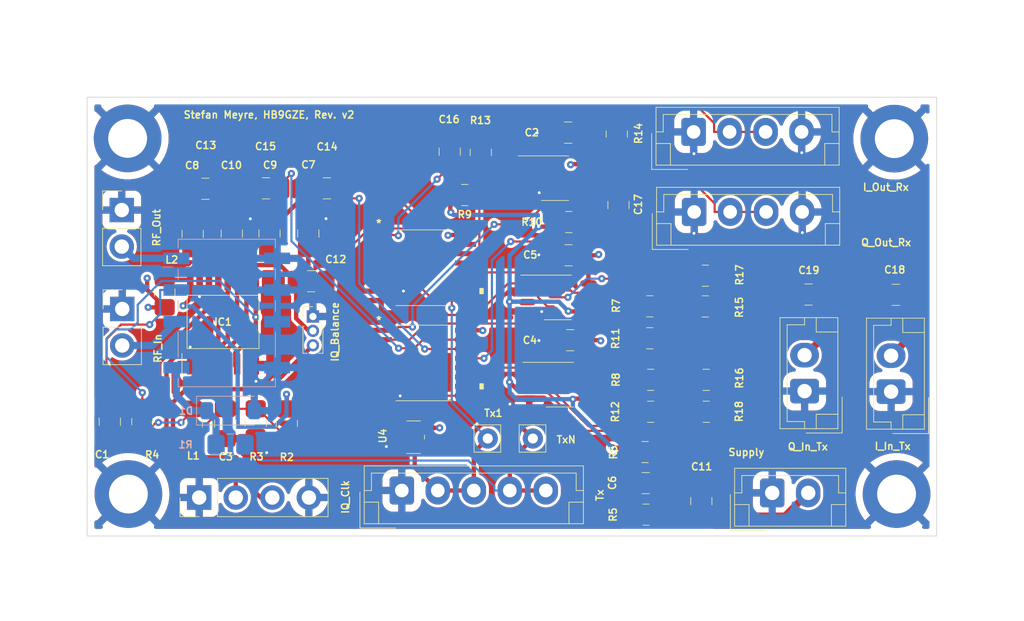
<source format=kicad_pcb>
(kicad_pcb (version 20240108) (generator "pcbnew") (generator_version "8.0")
  (title_block (comment 4 "AISLER Project ID: YJPBAAIW"))
  (layers (0 "F.Cu" signal) (1 "In1.Cu" power) (2 "In2.Cu" power) (31 "B.Cu" signal) (34 "B.Paste" user) (35 "F.Paste" user) (36 "B.SilkS" user "B.Silkscreen") (37 "F.SilkS" user "F.Silkscreen") (38 "B.Mask" user) (39 "F.Mask" user) (44 "Edge.Cuts" user))
  (net 0 "")
  (net 1 "/RF_IN_OUT")
  (net 2 "Net-(C1-Pad2)")
  (net 3 "Net-(C3-Pad2)")
  (net 4 "GND")
  (net 5 "+5V")
  (net 6 "/+2.5V")
  (net 7 "Net-(IC1-VCC)")
  (net 8 "Net-(C19-Pad2)")
  (net 9 "Net-(U5-X)")
  (net 10 "Net-(U5-Y)")
  (net 11 "Net-(U6-X)")
  (net 12 "Net-(U6-Y)")
  (net 13 "Net-(I_Out_Rx1-Pin_2)")
  (net 14 "Net-(U1A-IN-)")
  (net 15 "Net-(Q_Out_Rx1-Pin_2)")
  (net 16 "Net-(U1B-IN-)")
  (net 17 "Net-(D1-K)")
  (net 18 "/Clk_S0")
  (net 19 "/Clk_S1")
  (net 20 "/3")
  (net 21 "/2")
  (net 22 "/1")
  (net 23 "/4")
  (net 24 "Net-(IC1-1A)")
  (net 25 "Net-(I_In_Tx1-Pin_2)")
  (net 26 "/TxN")
  (net 27 "Net-(Q_In_Tx1-Pin_2)")
  (net 28 "Net-(U2A-OUT)")
  (net 29 "Net-(U3B-OUT)")
  (net 30 "Net-(U2B-OUT)")
  (net 31 "Net-(U1A-IN+)")
  (net 32 "Net-(U1B-IN+)")
  (net 33 "Net-(U2A-IN-)")
  (net 34 "Net-(U3A-IN-)")
  (net 35 "/Tx")
  (net 36 "/RF_In")
  (net 46 "Net-(U3A-OUT)")
  (net 47 "/RF_Out")
  (net 48 "Net-(U2B-IN-)")
  (net 49 "Net-(U3B-IN-)")
  (net 50 "Net-(C18-Pad2)")
  (footprint "Connector_PinHeader_2.54mm:PinHeader_1x02_P2.54mm_Vertical" (layer "F.Cu") (at 102.4375 57.7799)
    (property "Reference" "RF_Out")
    (property "Value" "Conn_01x02" (hide yes))
  )
  (footprint "Capacitor_SMD:C_0805_2012Metric_Pad1.18x1.45mm_HandSolder" (layer "F.Cu") (at 110.077 59.4242 -90)
    (property "Reference" "C10")
    (property "Value" "47nF" (hide yes))
  )
  (footprint "Private:SOP65P640X110-16N" (layer "F.Cu") (at 109.47 65.5562 90)
    (property "Reference" "IC1")
    (property "Value" "FST3253MTCX" (hide yes))
  )
  (footprint "Resistor_SMD:R_0805_2012Metric_Pad1.20x1.40mm_HandSolder" (layer "F.Cu") (at 139.1673 69.5827)
    (property "Reference" "R8")
    (property "Value" "10k 1%" (hide yes))
  )
  (footprint "Capacitor_SMD:C_0805_2012Metric_Pad1.18x1.45mm_HandSolder" (layer "F.Cu") (at 109.6245 72.6273 90)
    (property "Reference" "C3")
    (property "Value" "100nF" (hide yes))
  )
  (footprint "Resistor_SMD:R_0805_2012Metric_Pad1.20x1.40mm_HandSolder" (layer "F.Cu") (at 113.9003 72.6065 -90)
    (property "Reference" "R2")
    (property "Value" "10k" (hide yes))
  )
  (footprint "Resistor_SMD:R_0805_2012Metric_Pad1.20x1.40mm_HandSolder" (layer "F.Cu") (at 111.7405 72.5967 -90)
    (property "Reference" "R3")
    (property "Value" "10k" (hide yes))
  )
  (footprint "Capacitor_SMD:C_0805_2012Metric_Pad1.18x1.45mm_HandSolder" (layer "F.Cu") (at 136.9337 57.4346 -90)
    (property "Reference" "C17")
    (property "Value" "1.5nF" (hide yes))
  )
  (footprint "Resistor_SMD:R_0805_2012Metric_Pad1.20x1.40mm_HandSolder" (layer "F.Cu") (at 143.0269 71.8019)
    (property "Reference" "R18")
    (property "Value" "10k 1%" (hide yes))
  )
  (footprint "Resistor_SMD:R_0805_2012Metric_Pad1.20x1.40mm_HandSolder" (layer "F.Cu") (at 139.109 66.6934)
    (property "Reference" "R11")
    (property "Value" "10k 1%" (hide yes))
  )
  (footprint "Private:TSSOP16_5P1X4P5_NEX" (layer "F.Cu") (at 123.3891 68.4127)
    (property "Reference" "U6" (hide yes))
    (property "Value" "4053" (hide yes))
  )
  (footprint "Connector_JST:JST_EH_B2B-EH-A_1x02_P2.50mm_Vertical" (layer "F.Cu") (at 147.6123 77.44)
    (property "Reference" "Supply")
    (property "Value" "Conn_01x02_Socket" (hide yes))
  )
  (footprint "Capacitor_SMD:C_0805_2012Metric_Pad1.18x1.45mm_HandSolder" (layer "F.Cu") (at 116.6865 56.2678 180)
    (property "Reference" "C14")
    (property "Value" "1uF" (hide yes))
  )
  (footprint "Resistor_SMD:R_0805_2012Metric_Pad1.20x1.40mm_HandSolder" (layer "F.Cu") (at 103.866 72.4916 90)
    (property "Reference" "R4")
    (property "Value" "47R" (hide yes))
  )
  (footprint "Connector_PinHeader_2.54mm:PinHeader_1x02_P2.54mm_Vertical" (layer "F.Cu") (at 102.4697 64.654)
    (property "Reference" "RF_In")
    (property "Value" "Conn_01x02" (hide yes))
  )
  (footprint "Connector_Pin:Pin_D0.7mm_L6.5mm_W1.8mm_FlatFork" (layer "F.Cu") (at 130.9893 73.66)
    (property "Reference" "TxN")
    (property "Value" "TestPoint" (hide yes))
  )
  (footprint "Connector_PinHeader_1.00mm:PinHeader_1x03_P1.00mm_Vertical" (layer "F.Cu") (at 115.7148 65.1796)
    (property "Reference" "IQ_Balance")
    (property "Value" "Conn_01x03" (hide yes))
  )
  (footprint "Connector_JST:JST_EH_B4B-EH-A_1x04_P2.50mm_Vertical" (layer "F.Cu") (at 142.1911 57.9108)
    (property "Reference" "Q_Out_Rx")
    (property "Value" "Conn_01x04_Socket" (hide yes))
  )
  (footprint "Connector_PinHeader_2.54mm:PinHeader_1x04_P2.54mm_Vertical" (layer "F.Cu") (at 107.8145 77.7635 90)
    (property "Reference" "IQ_Clk")
    (property "Value" "Conn_01x04_Socket" (hide yes))
  )
  (footprint "Capacitor_SMD:C_0805_2012Metric_Pad1.18x1.45mm_HandSolder" (layer "F.Cu") (at 112.6997 59.413 -90)
    (property "Reference" "C9")
    (property "Value" "47nF" (hide yes))
  )
  (footprint "Private:OPA1678_L" (layer "F.Cu") (at 132.8624 69.9174)
    (property "Reference" "U3" (hide yes))
    (property "Value" "OPA1678IDGKT" (hide yes))
  )
  (footprint "Resistor_SMD:R_0805_2012Metric_Pad1.20x1.40mm_HandSolder" (layer "F.Cu") (at 133.4898 58.6163 180)
    (property "Reference" "R10")
    (property "Value" "10k 1%" (hide yes))
  )
  (footprint "Capacitor_SMD:C_0805_2012Metric_Pad1.18x1.45mm_HandSolder" (layer "F.Cu") (at 133.5825 66.8256)
    (property "Reference" "C4")
    (property "Value" "100nF" (hide yes))
  )
  (footprint "Resistor_SMD:R_0805_2012Metric_Pad1.20x1.40mm_HandSolder" (layer "F.Cu") (at 136.8173 52.4991 90)
    (property "Reference" "R14")
    (property "Value" "10k 1%" (hide yes))
  )
  (footprint "MountingHole:MountingHole_2.7mm_M2.5_DIN965_Pad_TopBottom" (layer "F.Cu") (at 102.8954 77.522)
    (property "Reference" "H3" (hide yes))
    (property "Value" "MountingHole_Pad" (hide yes))
  )
  (footprint "Capacitor_SMD:C_0805_2012Metric_Pad1.18x1.45mm_HandSolder" (layer "F.Cu") (at 142.6901 78.0151 -90)
    (property "Reference" "C11")
    (property "Value" "100nF" (hide yes))
  )
  (footprint "Capacitor_SMD:C_0805_2012Metric_Pad1.18x1.45mm_HandSolder" (layer "F.Cu") (at 138.8253 76.7656 180)
    (property "Reference" "C6")
    (property "Value" "100nF" (hide yes))
  )
  (footprint "Capacitor_SMD:C_0805_2012Metric_Pad1.18x1.45mm_HandSolder" (layer "F.Cu") (at 115.5848 62.7243 180)
    (property "Reference" "C12")
    (property "Value" "1uF" (hide yes))
  )
  (footprint "Connector_JST:JST_EH_B5B-EH-A_1x05_P2.50mm_Vertical" (layer "F.Cu") (at 121.8875 77.2752)
    (property "Reference" "Tx")
    (property "Value" "Conn_01x05_Socket" (hide yes))
  )
  (footprint "Connector_Pin:Pin_D0.7mm_L6.5mm_W1.8mm_FlatFork" (layer "F.Cu") (at 127.8557 73.66)
    (property "Reference" "Tx1")
    (property "Value" "TestPoint" (hide yes))
  )
  (footprint "Capacitor_SMD:C_0805_2012Metric_Pad1.18x1.45mm_HandSolder" (layer "F.Cu") (at 101.6048 72.4916 -90)
    (property "Reference" "C1")
    (property "Value" "100nF" (hide yes))
  )
  (footprint "Private:OPA1678_L" (layer "F.Cu") (at 132.5323 55.5655)
    (property "Reference" "U1" (hide yes))
    (property "Value" "OPA1678IDGKT" (hide yes))
  )
  (footprint "MountingHole:MountingHole_2.7mm_M2.5_DIN965_Pad_TopBottom" (layer "F.Cu") (at 156.0918 52.8184)
    (property "Reference" "H2" (hide yes))
    (property "Value" "MountingHole_Pad" (hide yes))
  )
  (footprint "Private:SC-88A-5_1P35X2P2_ONS" (layer "F.Cu") (at 122.7091 73.5684)
    (property "Reference" "U4")
    (property "Value" "NC7SZ04P5X" (hide yes))
  )
  (footprint "Capacitor_SMD:C_0805_2012Metric_Pad1.18x1.45mm_HandSolder" (layer "F.Cu") (at 133.4668 60.9228)
    (property "Reference" "C5")
    (property "Value" "100nF" (hide yes))
  )
  (footprint "Resistor_SMD:R_0805_2012Metric_Pad1.20x1.40mm_HandSolder" (layer "F.Cu") (at 127.3727 53.7678 90)
    (property "Reference" "R13")
    (property "Value" "10k 1%" (hide yes))
  )
  (footprint "Capacitor_SMD:C_0805_2012Metric_Pad1.18x1.45mm_HandSolder" (layer "F.Cu") (at 133.444 52.399)
    (property "Reference" "C2")
    (property "Value" "100nF" (hide yes))
  )
  (footprint "Capacitor_SMD:C_0805_2012Metric_Pad1.18x1.45mm_HandSolder" (layer "F.Cu") (at 125.2135 53.7231 -90)
    (property "Reference" "C16")
    (property "Value" "1.5nF" (hide yes))
  )
  (footprint "Resistor_SMD:R_0805_2012Metric_Pad1.20x1.40mm_HandSolder" (layer "F.Cu") (at 138.8507 78.9552)
    (property "Reference" "R5")
    (property "Value" "1k" (hide yes))
  )
  (footprint "Resistor_SMD:R_0805_2012Metric_Pad1.20x1.40mm_HandSolder" (layer "F.Cu") (at 142.9686 64.4792)
    (property "Reference" "R15")
    (property "Value" "10k 1%" (hide yes))
  )
  (footprint "MountingHole:MountingHole_2.7mm_M2.5_DIN965_Pad_TopBottom" (layer "F.Cu") (at 102.8446 52.8)
    (property "Reference" "H1" (hide yes))
    (property "Value" "MountingHole_Pad" (hide yes))
  )
  (footprint "MountingHole:MountingHole_2.7mm_M2.5_DIN965_Pad_TopBottom" (layer "F.Cu") (at 156.2491 77.522)
    (property "Reference" "H4" (hide yes))
    (property "Value" "MountingHole_Pad" (hide yes))
  )
  (footprint "Capacitor_SMD:C_0805_2012Metric_Pad1.18x1.45mm_HandSolder" (layer "F.Cu") (at 107.3617 59.4361 -90)
    (property "Reference" "C8")
    (property "Value" "47nF" (hide yes))
  )
  (footprint "Private:TSSOP16_5P1X4P5_NEX" (layer "F.Cu") (at 123.3868 61.789)
    (property "Reference" "U5" (hide yes))
    (property "Value" "4053" (hide yes))
  )
  (footprint "Resistor_SMD:R_0805_2012Metric_Pad1.20x1.40mm_HandSolder" (layer "F.Cu") (at 139.109 64.4743)
    (property "Reference" "R7")
    (property "Value" "10k 1%" (hide yes))
  )
  (footprint "Resistor_SMD:R_0805_2012Metric_Pad1.20x1.40mm_HandSolder" (layer "F.Cu") (at 143.0269 69.5846)
    (property "Reference" "R16")
    (property "Value" "10k 1%" (hide yes))
  )
  (footprint "Inductor_SMD:L_0805_2012Metric_Pad1.15x1.40mm_HandSolder" (layer "F.Cu") (at 107.3322 72.6222 90)
    (property "Reference" "L1")
    (property "Value" "100u" (hide yes))
  )
  (footprint "Private:OPA1678_L" (layer "F.Cu") (at 132.725 63.8529)
    (property "Reference" "U2" (hide yes))
    (property "Value" "OPA1678IDGKT" (hide yes))
  )
  (footprint "Connector_JST:JST_EH_B2B-EH-A_1x02_P2.50mm_Vertical" (layer "F.Cu") (at 149.86 70.3671 90)
    (property "Reference" "Q_In_Tx")
    (property "Value" "Conn_01x02" (hide yes))
  )
  (footprint "Inductor_SMD:L_0805_2012Metric_Pad1.15x1.40mm_HandSolder" (layer "F.Cu") (at 105.418056 63.518091 90)
    (property "Reference" "L2")
    (property "Value" "100u" (hide yes))
  )
  (footprint "Capacitor_SMD:C_0805_2012Metric_Pad1.18x1.45mm_HandSolder" (layer "F.Cu") (at 150.1333 63.6526 180)
    (property "Reference" "C19")
    (property "Value" "1uF" (hide yes))
  )
  (footprint "Resistor_SMD:R_0805_2012Metric_Pad1.20x1.40mm_HandSolder" (layer "F.Cu") (at 142.9686 62.3429)
    (property "Reference" "R17")
    (property "Value" "10k 1%" (hide yes))
  )
  (footprint "Capacitor_SMD:C_0805_2012Metric_Pad1.18x1.45mm_HandSolder" (layer "F.Cu") (at 156.1952 63.6758 180)
    (property "Reference" "C18")
    (property "Value" "1uF" (hide yes))
  )
  (footprint "Connector_JST:JST_EH_B4B-EH-A_1x04_P2.50mm_Vertical" (layer "F.Cu") (at 142.152 52.3485)
    (property "Reference" "I_Out_Rx")
    (property "Value" "Conn_01x04_Socket" (hide yes))
  )
  (footprint "Connector_JST:JST_EH_B2B-EH-A_1x02_P2.50mm_Vertical" (layer "F.Cu") (at 155.8692 70.4029 90)
    (property "Reference" "I_In_Tx")
    (property "Value" "Conn_01x02" (hide yes))
  )
  (footprint "Resistor_SMD:R_0805_2012Metric_Pad1.20x1.40mm_HandSolder" (layer "F.Cu") (at 138.7814 74.6014)
    (property "Reference" "R6")
    (property "Value" "1k" (hide yes))
  )
  (footprint "Resistor_SMD:R_0805_2012Metric_Pad1.20x1.40mm_HandSolder" (layer "F.Cu") (at 126.257 56.7384 180)
    (property "Reference" "R9")
    (property "Value" "10k 1%" (hide yes))
  )
  (footprint "Resistor_SMD:R_0805_2012Metric_Pad1.20x1.40mm_HandSolder" (layer "F.Cu") (at 139.1673 71.8019)
    (property "Reference" "R12")
    (property "Value" "10k 1%" (hide yes))
  )
  (footprint "Capacitor_SMD:C_0805_2012Metric_Pad1.18x1.45mm_HandSolder" (layer "F.Cu") (at 108.2515 56.3 180)
    (property "Reference" "C13")
    (property "Value" "1uF" (hide yes))
  )
  (footprint "Capacitor_SMD:C_0805_2012Metric_Pad1.18x1.45mm_HandSolder" (layer "F.Cu") (at 112.4561 56.2678 180)
    (property "Reference" "C15")
    (property "Value" "1uF" (hide yes))
  )
  (footprint "Capacitor_SMD:C_0805_2012Metric_Pad1.18x1.45mm_HandSolder" (layer "F.Cu") (at 115.3921 59.4169 -90)
    (property "Reference" "C7")
    (property "Value" "47nF" (hide yes))
  )
  (footprint "Private:G6K-2F-Y DC3_OMR" (layer "B.Cu") (at 109.7304 64.937)
    (property "Reference" "K1" (hide yes))
    (property "Value" "G6K-2F-Y DC3" (hide yes))
  )
  (footprint "Diode_SMD:D_SOD-123" (layer "B.Cu") (at 109.9914 71.7279)
    (property "Reference" "D1")
    (property "Value" "1N4148W" (hide yes))
  )
  (footprint "Resistor_SMD:R_0805_2012Metric_Pad1.20x1.40mm_HandSolder" (layer "B.Cu") (at 109.9878 74.0813)
    (property "Reference" "R1")
    (property "Value" "0R" (hide yes))
  )
  (gr_rect (start 100.035168 49.938055) (end 159.035168 80.438055) (stroke (width 0.05)) (fill none) (layer "Edge.Cuts"))
  (gr_text "Stefan Meyre, HB9GZE, Rev. v2" (at 106.68 51.450922 0) (layer "F.SilkS") (effects (font (size 0.5 0.5) (thickness 0.1)) (justify left bottom)))
  (segment (start 101.6048 71.4541) (end 101.3748 71.2241) (width 0.15) (layer "F.Cu") (net 1))
  (segment (start 101.3748 71.2241) (end 101.3748 66.7545) (width 0.15) (layer "F.Cu") (net 1))
  (segment (start 101.3748 66.7545) (end 102.3876 65.7417) (width 0.15) (layer "F.Cu") (net 1))
  (segment (start 102.3876 65.7417) (end 104.3744 65.7417) (width 0.15) (layer "F.Cu") (net 1))
  (via (at 104.3744 65.7417) (size 0.5) (drill 0.2) (layers "F.Cu" "B.Cu") (net 1))
  (segment (start 105.1037 63.337) (end 105.1037 65.0124) (width 0.15) (layer "B.Cu") (net 1))
  (segment (start 105.1037 65.0124) (end 104.3744 65.7417) (width 0.15) (layer "B.Cu") (net 1))
  (segment (start 106.2304 63.337) (end 105.1037 63.337) (width 0.15) (layer "B.Cu") (net 1))
  (segment (start 107.3322 71.5972) (end 107.3322 71.7661) (width 0.15) (layer "F.Cu") (net 2))
  (segment (start 101.6048 73.5291) (end 103.8285 73.5291) (width 0.15) (layer "F.Cu") (net 2))
  (segment (start 107.3322 71.7661) (end 106.5514 72.5469) (width 0.15) (layer "F.Cu") (net 2))
  (segment (start 103.8285 73.5291) (end 103.866 73.4916) (width 0.15) (layer "F.Cu") (net 2))
  (segment (start 104.8107 72.5469) (end 104.9774 72.5469) (width 0.15) (layer "F.Cu") (net 2))
  (segment (start 103.866 73.4916) (end 104.8107 72.5469) (width 0.15) (layer "F.Cu") (net 2))
  (via (at 106.5514 72.5469) (size 0.5) (drill 0.2) (layers "F.Cu" "B.Cu") (net 2))
  (via (at 104.9774 72.5469) (size 0.5) (drill 0.2) (layers "F.Cu" "B.Cu") (net 2))
  (segment (start 106.5514 72.5469) (end 104.9774 72.5469) (width 0.15) (layer "B.Cu") (net 2))
  (segment (start 107.3322 73.6472) (end 109.3896 71.5898) (width 0.15) (layer "F.Cu") (net 3))
  (segment (start 113.9003 73.6065) (end 111.8905 71.5967) (width 0.15) (layer "F.Cu") (net 3))
  (segment (start 111.7405 71.5967) (end 109.6314 71.5967) (width 0.15) (layer "F.Cu") (net 3))
  (segment (start 109.6314 71.5967) (end 109.6245 71.5898) (width 0.15) (layer "F.Cu") (net 3))
  (segment (start 111.8905 71.5967) (end 111.7405 71.5967) (width 0.15) (layer "F.Cu") (net 3))
  (segment (start 109.3896 71.5898) (end 109.6245 71.5898) (width 0.15) (layer "F.Cu") (net 3))
  (segment (start 131.306 52.399) (end 131.285 52.4195) (width 0.3) (layer "F.Cu") (net 4))
  (segment (start 120.4618 70.3625) (end 120.4618 70.0377) (width 0.15) (layer "F.Cu") (net 4))
  (segment (start 142.5841 76.8716) (end 142.6901 76.9776) (width 0.15) (layer "F.Cu") (net 4))
  (segment (start 109.625 73.6648) (end 111.672 73.6648) (width 0.3) (layer "F.Cu") (net 4))
  (segment (start 111.741 73.8851) (end 112.503 74.6472) (width 0.3) (layer "F.Cu") (net 4))
  (segment (start 132.545 66.8256) (end 131.437 66.8256) (width 0.3) (layer "F.Cu") (net 4))
  (segment (start 120.816 74.2184) (end 120.815 74.2172) (width 0.3) (layer "F.Cu") (net 4))
  (segment (start 129.767598 70.892402) (end 129.392141 71.267859) (width 0.3) (layer "F.Cu") (net 4))
  (segment (start 111.745 68.4812) (end 111.745 69.6687) (width 0.3) (layer "F.Cu") (net 4))
  (segment (start 142.152 52.3485) (end 142.152 53.8369) (width 0.5) (layer "F.Cu") (net 4))
  (segment (start 107.195 68.4812) (end 107.195 67.3101) (width 0.3) (layer "F.Cu") (net 4))
  (segment (start 111.368 58.3867) (end 112.689 58.3867) (width 0.5) (layer "F.Cu") (net 4))
  (segment (start 107.195 67.3101) (end 107.188 67.3035) (width 0.3) (layer "F.Cu") (net 4))
  (segment (start 121.67 74.2184) (end 121.6702 74.2184) (width 0.15) (layer "F.Cu") (net 4))
  (segment (start 139.863 76.7656) (end 139.863 74.6828) (width 0.5) (layer "F.Cu") (net 4))
  (segment (start 112.6997 58.3759) (end 112.6997 58.3755) (width 0.15) (layer "F.Cu") (net 4))
  (segment (start 130.6 64.8279) (end 131.59 64.8279) (width 0.3) (layer "F.Cu") (net 4))
  (segment (start 139.7814 74.6014) (end 139.7812 74.6016) (width 0.15) (layer "F.Cu") (net 4))
  (segment (start 112.6945 58.3811) (end 112.7 58.3755) (width 0.5) (layer "F.Cu") (net 4))
  (segment (start 112.689 58.3867) (end 112.6945 58.3811) (width 0.5) (layer "F.Cu") (net 4))
  (segment (start 111.741 73.5967) (end 111.7405 73.5967) (width 0.15) (layer "F.Cu") (net 4))
  (segment (start 120.459 64.064) (end 120.459 63.739) (width 0.3) (layer "F.Cu") (net 4))
  (segment (start 115.3921 58.3794) (end 116.621 58.3794) (width 0.3) (layer "F.Cu") (net 4))
  (segment (start 131.432 60.9228) (end 131.404 60.8949) (width 0.3) (layer "F.Cu") (net 4))
  (segment (start 120.462 70.6877) (end 120.462 70.3627) (width 0.3) (layer "F.Cu") (net 4))
  (segment (start 149.652 52.3485) (end 149.652 53.785) (width 0.5) (layer "F.Cu") (net 4))
  (segment (start 120.4595 63.414) (end 122 63.414) (width 0.3) (layer "F.Cu") (net 4))
  (segment (start 143.152 77.44) (end 142.69 76.9776) (width 0.5) (layer "F.Cu") (net 4))
  (segment (start 132.407 52.399) (end 132.4065 52.399) (width 0.3) (layer "F.Cu") (net 4))
  (segment (start 111.366 58.3886) (end 111.368 58.3867) (width 0.5) (layer "F.Cu") (net 4))
  (segment (start 149.652 53.785) (end 149.664 53.7967) (width 0.5) (layer "F.Cu") (net 4))
  (segment (start 107.845 63.792) (end 107.835 63.8024) (width 0.3) (layer "F.Cu") (net 4))
  (segment (start 122 63.414) (end 122.001 63.4132) (width 0.3) (layer "F.Cu") (net 4))
  (segment (start 112.6945 58.3811) (end 112.6997 58.3759) (width 0.15) (layer "F.Cu") (net 4))
  (segment (start 139.7812 74.6016) (end 139.781 74.6014) (width 0.5) (layer "F.Cu") (net 4))
  (segment (start 111.672 73.6648) (end 111.741 73.5967) (width 0.3) (layer "F.Cu") (net 4))
  (segment (start 132.4065 52.399) (end 131.306 52.399) (width 0.3) (layer "F.Cu") (net 4))
  (segment (start 120.459 63.739) (end 120.459 63.414) (width 0.3) (layer "F.Cu") (net 4))
  (segment (start 110.077 58.3867) (end 111.364 58.3867) (width 0.5) (layer "F.Cu") (net 4))
  (segment (start 107.845 62.6312) (end 107.845 63.792) (width 0.3) (layer "F.Cu") (net 4))
  (segment (start 107.362 58.3986) (end 107.3617 58.3986) (width 0.3) (layer "F.Cu") (net 4))
  (segment (start 142.584 76.8716) (end 142.5841 76.8716) (width 0.15) (layer "F.Cu") (net 4))
  (segment (start 131.59 64.8279) (end 131.601 64.8388) (width 0.3) (layer "F.Cu") (net 4))
  (segment (start 109.625 73.6648) (end 109.6245 73.6648) (width 0.15) (layer "F.Cu") (net 4))
  (segment (start 120.462 70.3627) (end 120.4618 70.3625) (width 0.15) (layer "F.Cu") (net 4))
  (segment (start 111.741 73.5967) (end 111.741 73.8851) (width 0.3) (layer "F.Cu") (net 4))
  (segment (start 121.67 74.2184) (end 120.816 74.2184) (width 0.3) (layer "F.Cu") (net 4))
  (segment (start 147.612 77.44) (end 143.152 77.44) (width 0.5) (layer "F.Cu") (net 4))
  (segment (start 131.394 56.5405) (end 131.43 56.5764) (width 0.3) (layer "F.Cu") (net 4))
  (segment (start 121.113 70.6877) (end 120.4618 70.6877) (width 0.15) (layer "F.Cu") (net 4))
  (segment (start 116.621 58.3794) (end 116.623 58.3776) (width 0.3) (layer "F.Cu") (net 4))
  (segment (start 142.69 76.9776) (end 142.584 76.8716) (width 0.5) (layer "F.Cu") (net 4))
  (segment (start 132.429 60.9228) (end 131.432 60.9228) (width 0.3) (layer "F.Cu") (net 4))
  (segment (start 115.392 58.3794) (end 115.3921 58.3794) (width 0.3) (layer "F.Cu") (net 4))
  (segment (start 130.7374 70.892402) (end 129.767598 70.892402) (width 0.3) (layer "F.Cu") (net 4))
  (segment (start 111.364 58.3867) (end 111.366 58.3886) (width 0.5) (layer "F.Cu") (net 4))
  (segment (start 141.1705 76.7656) (end 139.8628 76.7656) (width 0.15) (layer "F.Cu") (net 4))
  (segment (start 111.741 73.5967) (end 111.827 73.5967) (width 0.3) (layer "F.Cu") (net 4))
  (segment (start 120.462 70.3627) (end 120.462 70.0377) (width 0.3) (layer "F.Cu") (net 4))
  (segment (start 111.745 69.6687) (end 111.76 69.6837) (width 0.3) (layer "F.Cu") (net 4))
  (segment (start 139.863 74.6828) (end 139.7812 74.6016) (width 0.5) (layer "F.Cu") (net 4))
  (segment (start 130.407 56.5405) (end 130.4073 56.5405) (width 0.3) (layer "F.Cu") (net 4))
  (segment (start 149.691 59.3362) (end 149.707 59.3521) (width 0.5) (layer "F.Cu") (net 4))
  (segment (start 120.4595 63.7395) (end 120.4595 64.064) (width 0.15) (layer "F.Cu") (net 4))
  (segment (start 131.437 66.8256) (end 131.413 66.8497) (width 0.3) (layer "F.Cu") (net 4))
  (segment (start 142.191 59.3813) (end 142.177 59.3955) (width 0.5) (layer "F.Cu") (net 4))
  (segment (start 121.113 70.6877) (end 120.462 70.6877) (width 0.3) (layer "F.Cu") (net 4))
  (segment (start 121.773 70.6973) (end 121.764 70.6877) (width 0.3) (layer "F.Cu") (net 4))
  (segment (start 142.191 57.9108) (end 142.191 59.3813) (width 0.5) (layer "F.Cu") (net 4))
  (segment (start 141.1705 76.7656) (end 139.863 76.7656) (width 0.5) (layer "F.Cu") (net 4))
  (segment (start 149.691 57.9108) (end 149.691 59.3362) (width 0.5) (layer "F.Cu") (net 4))
  (segment (start 120.459 63.414) (end 120.4595 63.414) (width 0.3) (layer "F.Cu") (net 4))
  (segment (start 121.764 70.6877) (end 121.113 70.6877) (width 0.3) (layer "F.Cu") (net 4))
  (segment (start 130.4073 56.5405) (end 131.394 56.5405) (width 0.3) (layer "F.Cu") (net 4))
  (segment (start 120.459 63.739) (end 120.4595 63.7395) (width 0.15) (layer "F.Cu") (net 4))
  (segment (start 142.152 53.8369) (end 142.177 53.8618) (width 0.5) (layer "F.Cu") (net 4))
  (segment (start 132.429 60.9228) (end 132.4293 60.9228) (width 0.15) (layer "F.Cu") (net 4))
  (segment (start 142.478 76.7656) (end 141.1705 76.7656) (width 0.5) (layer "F.Cu") (net 4))
  (segment (start 142.584 76.8716) (end 142.478 76.7656) (width 0.5) (layer "F.Cu") (net 4))
  (via (at 149.664 53.7967) (size 0.5) (drill 0.2) (layers "F.Cu" "B.Cu") (net 4))
  (via (at 111.76 69.6837) (size 0.5) (drill 0.2) (layers "F.Cu" "B.Cu") (net 4))
  (via (at 107.188 67.3035) (size 0.5) (drill 0.2) (layers "F.Cu" "B.Cu") (net 4))
  (via (at 112.503 74.6472) (size 0.5) (drill 0.2) (layers "F.Cu" "B.Cu") (net 4))
  (via (at 116.623 58.3776) (size 0.5) (drill 0.2) (layers "F.Cu" "B.Cu") (net 4))
  (via (at 131.43 56.5764) (size 0.5) (drill 0.2) (layers "F.Cu" "B.Cu") (net 4))
  (via (at 131.601 64.8388) (size 0.5) (drill 0.2) (layers "F.Cu" "B.Cu") (net 4))
  (via (at 129.392141 71.267859) (size 0.5) (drill 0.2) (layers "F.Cu" "B.Cu") (net 4))
  (via (at 142.177 53.8618) (size 0.5) (drill 0.2) (layers "F.Cu" "B.Cu") (net 4))
  (via (at 142.177 59.3955) (size 0.5) (drill 0.2) (layers "F.Cu" "B.Cu") (net 4))
  (via (at 131.285 52.4195) (size 0.5) (drill 0.2) (layers "F.Cu" "B.Cu") (net 4))
  (via (at 111.366 58.3886) (size 0.5) (drill 0.2) (layers "F.Cu" "B.Cu") (net 4))
  (via (at 121.773 70.6973) (size 0.5) (drill 0.2) (layers "F.Cu" "B.Cu") (net 4))
  (via (at 107.835 63.8024) (size 0.5) (drill 0.2) (layers "F.Cu" "B.Cu") (net 4))
  (via (at 120.815 74.2172) (size 0.5) (drill 0.2) (layers "F.Cu" "B.Cu") (net 4))
  (via (at 131.413 66.8497) (size 0.5) (drill 0.2) (layers "F.Cu" "B.Cu") (net 4))
  (via (at 122.001 63.4132) (size 0.5) (drill 0.2) (layers "F.Cu" "B.Cu") (net 4))
  (via (at 149.707 59.3521) (size 0.5) (drill 0.2) (layers "F.Cu" "B.Cu") (net 4))
  (via (at 131.404 60.8949) (size 0.5) (drill 0.2) (layers "F.Cu" "B.Cu") (net 4))
  (segment (start 113.23 63.337) (end 113.23 61.137) (width 0.5) (layer "B.Cu") (net 4))
  (segment (start 111.76 69.6837) (end 112.283701 69.6837) (width 0.3) (layer "B.Cu") (net 4))
  (segment (start 112.736 71.7279) (end 113.23 71.2331) (width 0.5) (layer "B.Cu") (net 4))
  (segment (start 113.23 65.537) (end 113.23 63.337) (width 0.5) (layer "B.Cu") (net 4))
  (segment (start 113.2304 63.337) (end 113.23 63.337) (width 0.15) (layer "B.Cu") (net 4))
  (segment (start 111.6414 71.7279) (end 112.736 71.7279) (width 0.5) (layer "B.Cu") (net 4))
  (segment (start 113.2304 61.137) (end 113.23 61.137) (width 0.15) (layer "B.Cu") (net 4))
  (segment (start 112.283701 69.6837) (end 113.230401 68.737) (width 0.3) (layer "B.Cu") (net 4))
  (segment (start 111.641 71.7279) (end 111.6414 71.7279) (width 0.5) (layer "B.Cu") (net 4))
  (segment (start 113.23 67.9035) (end 113.23 65.537) (width 0.5) (layer "B.Cu") (net 4))
  (segment (start 113.2304 65.537) (end 113.23 65.537) (width 0.15) (layer "B.Cu") (net 4))
  (segment (start 113.23 71.2331) (end 113.23 67.9035) (width 0.5) (layer "B.Cu") (net 4))
  (segment (start 134.5043 60.9228) (end 135.506 60.9228) (width 0.3) (layer "F.Cu") (net 5))
  (segment (start 134.657 54.5905) (end 133.8556 54.5905) (width 0.3) (layer "F.Cu") (net 5))
  (segment (start 127.489 66.1377) (end 127.507 66.1553) (width 0.3) (layer "F.Cu") (net 5))
  (segment (start 142.593 78.9552) (end 142.69 79.0526) (width 0.5) (layer "F.Cu") (net 5))
  (segment (start 134.85 61.2686) (end 134.504 60.9228) (width 0.3) (layer "F.Cu") (net 5))
  (segment (start 148.5 79.0526) (end 142.6901 79.0526) (width 0.5) (layer "F.Cu") (net 5))
  (segment (start 134.987 67.193) (end 134.62 66.8256) (width 0.3) (layer "F.Cu") (net 5))
  (segment (start 126.3165 66.1377) (end 127.489 66.1377) (width 0.3) (layer "F.Cu") (net 5))
  (segment (start 134.62 66.8256) (end 135.657 66.8256) (width 0.3) (layer "F.Cu") (net 5))
  (segment (start 134.987 68.9424) (end 134.987 67.193) (width 0.3) (layer "F.Cu") (net 5))
  (segment (start 126.316 66.1377) (end 126.3165 66.1377) (width 0.3) (layer "F.Cu") (net 5))
  (segment (start 139.851 78.9552) (end 139.8507 78.9552) (width 0.15) (layer "F.Cu") (net 5))
  (segment (start 123.748 72.9184) (end 123.7481 72.9184) (width 0.3) (layer "F.Cu") (net 5))
  (segment (start 134.85 62.8779) (end 134.85 61.2686) (width 0.3) (layer "F.Cu") (net 5))
  (segment (start 105.418056 64.543091) (end 104.273618 64.543091) (width 0.3) (layer "F.Cu") (net 5))
  (segment (start 104.273618 64.543091) (end 104.269785 64.539258) (width 0.3) (layer "F.Cu") (net 5))
  (segment (start 150.112 77.44) (end 148.5 79.0526) (width 0.5) (layer "F.Cu") (net 5))
  (segment (start 134.9874 68.9424) (end 134.987 68.9424) (width 0.15) (layer "F.Cu") (net 5))
  (segment (start 125.119 59.514) (end 125.097 59.536) (width 0.3) (layer "F.Cu") (net 5))
  (segment (start 134.5695 52.4869) (end 134.657 52.5748) (width 0.3) (layer "F.Cu") (net 5))
  (segment (start 126.314 59.514) (end 125.119 59.514) (width 0.3) (layer "F.Cu") (net 5))
  (segment (start 133.8556 54.5905) (end 133.646 54.5905) (width 0.3) (layer "F.Cu") (net 5))
  (segment (start 123.7481 72.9184) (end 124.512 72.9184) (width 0.3) (layer "F.Cu") (net 5))
  (segment (start 134.6573 54.5905) (end 133.8556 54.5905) (width 0.15) (layer "F.Cu") (net 5))
  (segment (start 134.5694 52.4869) (end 134.4815 52.399) (width 0.15) (layer "F.Cu") (net 5))
  (segment (start 134.504 60.9228) (end 134.5043 60.9228) (width 0.3) (layer "F.Cu") (net 5))
  (segment (start 135.506 60.9228) (end 135.559 60.8697) (width 0.3) (layer "F.Cu") (net 5))
  (segment (start 135.657 66.8256) (end 135.699 66.8671) (width 0.3) (layer "F.Cu") (net 5))
  (segment (start 104.200716 63.325751) (end 104.200716 62.518992) (width 0.3) (layer "F.Cu") (net 5))
  (segment (start 142.69 79.0526) (end 142.6901 79.0526) (width 0.5) (layer "F.Cu") (net 5))
  (segment (start 134.5695 52.4869) (end 134.5694 52.4869) (width 0.15) (layer "F.Cu") (net 5))
  (segment (start 126.314 59.514) (end 126.3142 59.514) (width 0.15) (layer "F.Cu") (net 5))
  (segment (start 133.646 54.5905) (end 133.611 54.6252) (width 0.3) (layer "F.Cu") (net 5))
  (segment (start 134.482 52.399) (end 134.5695 52.4869) (width 0.3) (layer "F.Cu") (net 5))
  (segment (start 105.418056 64.543091) (end 104.200716 63.325751) (width 0.3) (layer "F.Cu") (net 5))
  (segment (start 139.851 78.9552) (end 142.593 78.9552) (width 0.5) (layer "F.Cu") (net 5))
  (segment (start 134.657 52.5748) (end 134.657 54.5905) (width 0.3) (layer "F.Cu") (net 5))
  (via (at 127.507 66.1553) (size 0.5) (drill 0.2) (layers "F.Cu" "B.Cu") (net 5))
  (via (at 125.097 59.536) (size 0.5) (drill 0.2) (layers "F.Cu" "B.Cu") (net 5))
  (via (at 133.611 54.6252) (size 0.5) (drill 0.2) (layers "F.Cu" "B.Cu") (net 5))
  (via (at 104.200716 62.518992) (size 0.5) (drill 0.2) (layers "F.Cu" "B.Cu") (net 5))
  (via (at 135.559 60.8697) (size 0.5) (drill 0.2) (layers "F.Cu" "B.Cu") (net 5))
  (via (at 104.269785 64.539258) (size 0.5) (drill 0.2) (layers "F.Cu" "B.Cu") (net 5))
  (via (at 135.699 66.8671) (size 0.5) (drill 0.2) (layers "F.Cu" "B.Cu") (net 5))
  (via (at 124.512 72.9184) (size 0.5) (drill 0.2) (layers "F.Cu" "B.Cu") (net 5))
  (segment (start 137.788 74.6078) (end 137.781 74.6014) (width 0.3) (layer "F.Cu") (net 6))
  (segment (start 132.4898 58.6163) (end 132.4899 58.6164) (width 0.15) (layer "F.Cu") (net 6))
  (segment (start 132.4899 58.6164) (end 132.49 58.6163) (width 0.3) (layer "F.Cu") (net 6))
  (segment (start 131.383 58.933) (end 132.173 58.933) (width 0.3) (layer "F.Cu") (net 6))
  (segment (start 130.737 70.2424) (end 129.876 70.2424) (width 0.3) (layer "F.Cu") (net 6))
  (segment (start 130.571 64.1488) (end 130.6 64.1779) (width 0.3) (layer "F.Cu") (net 6))
  (segment (start 137.781 74.6014) (end 137.635 74.4551) (width 0.3) (layer "F.Cu") (net 6))
  (segment (start 137.489 74.3088) (end 136.513 74.3088) (width 0.3) (layer "F.Cu") (net 6))
  (segment (start 130.7374 70.2424) (end 130.737 70.2424) (width 0.15) (layer "F.Cu") (net 6))
  (segment (start 129.876 70.2424) (end 129.372 69.7387) (width 0.3) (layer "F.Cu") (net 6))
  (segment (start 137.788 78.8923) (end 137.788 77.5587) (width 0.3) (layer "F.Cu") (net 6))
  (segment (start 134.9874 70.8924) (end 134.987 70.8924) (width 0.15) (layer "F.Cu") (net 6))
  (segment (start 137.6351 74.4551) (end 137.7814 74.6014) (width 0.15) (layer "F.Cu") (net 6))
  (segment (start 137.788 77.5587) (end 137.7878 77.5585) (width 0.15) (layer "F.Cu") (net 6))
  (segment (start 137.8508 78.9551) (end 137.788 78.8923) (width 0.3) (layer "F.Cu") (net 6))
  (segment (start 137.635 74.4551) (end 137.6351 74.4551) (width 0.15) (layer "F.Cu") (net 6))
  (segment (start 125.257 57.9067) (end 125.293 57.9423) (width 0.3) (layer "F.Cu") (net 6))
  (segment (start 137.851 78.9552) (end 137.8508 78.9551) (width 0.3) (layer "F.Cu") (net 6))
  (segment (start 125.257 56.7384) (end 125.257 57.9067) (width 0.3) (layer "F.Cu") (net 6))
  (segment (start 134.987 70.8924) (end 133.804 70.8924) (width 0.3) (layer "F.Cu") (net 6))
  (segment (start 137.788 77.5587) (end 137.788 74.6078) (width 0.3) (layer "F.Cu") (net 6))
  (segment (start 129.372 64.1488) (end 130.571 64.1488) (width 0.3) (layer "F.Cu") (net 6))
  (segment (start 133.804 70.8924) (end 133.768 70.9288) (width 0.3) (layer "F.Cu") (net 6))
  (segment (start 130.6 64.1779) (end 130.158 64.1779) (width 0.3) (layer "F.Cu") (net 6))
  (segment (start 137.7878 77.5585) (end 137.7878 76.7656) (width 0.15) (layer "F.Cu") (net 6))
  (segment (start 137.635 74.4551) (end 137.489 74.3088) (width 0.3) (layer "F.Cu") (net 6))
  (segment (start 137.8507 78.9552) (end 137.8508 78.9551) (width 0.15) (layer "F.Cu") (net 6))
  (segment (start 134.85 64.8279) (end 133.468 64.8279) (width 0.3) (layer "F.Cu") (net 6))
  (segment (start 132.173 58.933) (end 132.4899 58.6164) (width 0.3) (layer "F.Cu") (net 6))
  (segment (start 133.468 64.8279) (end 133.449 64.8085) (width 0.3) (layer "F.Cu") (net 6))
  (via (at 125.293 57.9423) (size 0.5) (drill 0.2) (layers "F.Cu" "B.Cu") (net 6))
  (via (at 129.372 69.7387) (size 0.5) (drill 0.2) (layers "F.Cu" "B.Cu") (net 6))
  (via (at 129.372 64.1488) (size 0.5) (drill 0.2) (layers "F.Cu" "B.Cu") (net 6))
  (via (at 133.449 64.8085) (size 0.5) (drill 0.2) (layers "F.Cu" "B.Cu") (net 6))
  (via (at 131.383 58.933) (size 0.5) (drill 0.2) (layers "F.Cu" "B.Cu") (net 6))
  (via (at 133.768 70.9288) (size 0.5) (drill 0.2) (layers "F.Cu" "B.Cu") (net 6))
  (via (at 136.513 74.3088) (size 0.5) (drill 0.2) (layers "F.Cu" "B.Cu") (net 6))
  (segment (start 129.372 69.7387) (end 129.372 70.4699) (width 0.3) (layer "B.Cu") (net 6))
  (segment (start 129.372 64.1488) (end 129.372 69.7387) (width 0.3) (layer "B.Cu") (net 6))
  (segment (start 129.372 60.9435) (end 129.372 64.1488) (width 0.3) (layer "B.Cu") (net 6))
  (segment (start 129.831 70.9288) (end 133.768 70.9288) (width 0.3) (layer "B.Cu") (net 6))
  (segment (start 131.324 58.1171) (end 131.324 58.8747) (width 0.3) (layer "B.Cu") (net 6))
  (segment (start 129.372 64.1488) (end 132.789 64.1488) (width 0.3) (layer "B.Cu") (net 6))
  (segment (start 133.768 71.5633) (end 136.513 74.3088) (width 0.3) (layer "B.Cu") (net 6))
  (segment (start 132.789 64.1488) (end 133.449 64.8085) (width 0.3) (layer "B.Cu") (net 6))
  (segment (start 133.768 70.9288) (end 133.768 71.5633) (width 0.3) (layer "B.Cu") (net 6))
  (segment (start 129.365 69.7455) (end 129.372 69.7387) (width 0.3) (layer "B.Cu") (net 6))
  (segment (start 129.805 70.9029) (end 129.831 70.9288) (width 0.3) (layer "B.Cu") (net 6))
  (segment (start 129.372 70.4699) (end 129.805 70.9029) (width 0.3) (layer "B.Cu") (net 6))
  (segment (start 131.383 58.933) (end 129.372 60.9435) (width 0.3) (layer "B.Cu") (net 6))
  (segment (start 125.467 58.1171) (end 131.324 58.1171) (width 0.3) (layer "B.Cu") (net 6))
  (segment (start 131.324 58.8747) (end 131.383 58.933) (width 0.3) (layer "B.Cu") (net 6))
  (segment (start 125.293 57.9423) (end 125.467 58.1171) (width 0.3) (layer "B.Cu") (net 6))
  (segment (start 113.9 71.6065) (end 113.9 70.6054) (width 0.3) (layer "F.Cu") (net 7))
  (segment (start 107.169 62.6051) (end 107.195 62.6312) (width 0.3) (layer "F.Cu") (net 7))
  (segment (start 105.556165 62.6312) (end 105.418056 62.493091) (width 0.3) (layer "F.Cu") (net 7))
  (segment (start 113.9 70.6054) (end 113.88 70.5856) (width 0.3) (layer "F.Cu") (net 7))
  (segment (start 113.9003 71.6065) (end 113.9 71.6065) (width 0.15) (layer "F.Cu") (net 7))
  (segment (start 106.713098 64.435655) (end 107.195 63.953753) (width 0.3) (layer "F.Cu") (net 7))
  (segment (start 106.695831 64.435655) (end 106.713098 64.435655) (width 0.3) (layer "F.Cu") (net 7))
  (segment (start 107.195 63.953753) (end 107.195 62.6312) (width 0.3) (layer "F.Cu") (net 7))
  (segment (start 107.195 62.6312) (end 105.556165 62.6312) (width 0.3) (layer "F.Cu") (net 7))
  (via (at 113.88 70.5856) (size 0.5) (drill 0.2) (layers "F.Cu" "B.Cu") (net 7))
  (via (at 106.695831 64.435655) (size 0.5) (drill 0.2) (layers "F.Cu" "B.Cu") (net 7))
  (segment (start 107.379 64.4859) (end 106.719 64.4859) (width 0.3) (layer "B.Cu") (net 7))
  (segment (start 110.487 72.839) (end 110.487 67.5941) (width 0.3) (layer "B.Cu") (net 7))
  (segment (start 110.487 67.5941) (end 107.379 64.4859) (width 0.3) (layer "B.Cu") (net 7))
  (segment (start 106.695831 64.435655) (end 106.68 64.4471) (width 0.3) (layer "B.Cu") (net 7))
  (segment (start 106.719 64.4859) (end 106.695831 64.435655) (width 0.3) (layer "B.Cu") (net 7))
  (segment (start 113.88 70.5856) (end 113.88 72.004497) (width 0.3) (layer "B.Cu") (net 7))
  (segment (start 113.88 72.004497) (end 113.045497 72.839) (width 0.3) (layer "B.Cu") (net 7))
  (segment (start 113.045497 72.839) (end 110.487 72.839) (width 0.3) (layer "B.Cu") (net 7))
  (segment (start 147.32 70.355) (end 145.873 71.8019) (width 0.5) (layer "F.Cu") (net 8))
  (segment (start 147.32 65.4284) (end 147.32 70.355) (width 0.5) (layer "F.Cu") (net 8))
  (segment (start 149.096 63.6526) (end 149.0959 63.6527) (width 0.5) (layer "F.Cu") (net 8))
  (segment (start 149.0958 63.6526) (end 149.0959 63.6527) (width 0.15) (layer "F.Cu") (net 8))
  (segment (start 145.873 71.8019) (end 144.027 71.8019) (width 0.5) (layer "F.Cu") (net 8))
  (segment (start 144.027 71.8019) (end 144.0269 71.8019) (width 0.15) (layer "F.Cu") (net 8))
  (segment (start 149.0959 63.6527) (end 147.32 65.4284) (width 0.5) (layer "F.Cu") (net 8))
  (segment (start 119.6138 59.0671) (end 116.6223 62.0586) (width 0.15) (layer "F.Cu") (net 9))
  (segment (start 123.5769 60.814) (end 121.83 59.0671) (width 0.15) (layer "F.Cu") (net 9))
  (segment (start 126.3142 60.814) (end 123.5769 60.814) (width 0.15) (layer "F.Cu") (net 9))
  (segment (start 116.6223 62.0586) (end 116.6223 62.7243) (width 0.15) (layer "F.Cu") (net 9))
  (segment (start 121.83 59.0671) (end 119.6138 59.0671) (width 0.15) (layer "F.Cu") (net 9))
  (segment (start 110.8306 54.7584) (end 109.289 56.3) (width 0.15) (layer "F.Cu") (net 10))
  (segment (start 119.4282 54.7584) (end 110.8306 54.7584) (width 0.15) (layer "F.Cu") (net 10))
  (segment (start 124.8338 60.164) (end 119.4282 54.7584) (width 0.15) (layer "F.Cu") (net 10))
  (segment (start 126.3142 60.164) (end 124.8338 60.164) (width 0.15) (layer "F.Cu") (net 10))
  (segment (start 118.4231 56.9669) (end 117.724 56.2678) (width 0.15) (layer "F.Cu") (net 11))
  (segment (start 126.3165 67.4377) (end 123.4785 67.4377) (width 0.15) (layer "F.Cu") (net 11))
  (segment (start 118.9259 56.9669) (end 118.4231 56.9669) (width 0.15) (layer "F.Cu") (net 11))
  (via (at 123.4785 67.4377) (size 0.5) (drill 0.2) (layers "F.Cu" "B.Cu") (net 11))
  (via (at 118.9259 56.9669) (size 0.5) (drill 0.2) (layers "F.Cu" "B.Cu") (net 11))
  (segment (start 118.9259 62.8851) (end 118.9259 56.9669) (width 0.15) (layer "B.Cu") (net 11))
  (segment (start 123.4785 67.4377) (end 118.9259 62.8851) (width 0.15) (layer "B.Cu") (net 11))
  (segment (start 123.3512 66.7877) (end 122.7526 67.3863) (width 0.15) (layer "F.Cu") (net 12))
  (segment (start 126.3165 66.7877) (end 123.3512 66.7877) (width 0.15) (layer "F.Cu") (net 12))
  (segment (start 113.4936 55.9663) (end 114.2192 55.2407) (width 0.15) (layer "F.Cu") (net 12))
  (segment (start 113.4936 56.2678) (end 113.4936 55.9663) (width 0.15) (layer "F.Cu") (net 12))
  (segment (start 122.7526 67.3863) (end 121.6637 67.3863) (width 0.15) (layer "F.Cu") (net 12))
  (via (at 114.2192 55.2407) (size 0.5) (drill 0.2) (layers "F.Cu" "B.Cu") (net 12))
  (via (at 121.6637 67.3863) (size 0.5) (drill 0.2) (layers "F.Cu" "B.Cu") (net 12))
  (segment (start 114.2192 59.9418) (end 114.2192 55.2407) (width 0.15) (layer "B.Cu") (net 12))
  (segment (start 121.6637 67.3863) (end 114.2192 59.9418) (width 0.15) (layer "B.Cu") (net 12))
  (segment (start 127.3727 52.7678) (end 124.3005 52.7678) (width 0.15) (layer "F.Cu") (net 13))
  (segment (start 142.4507 50.6135) (end 143.5753 51.7381) (width 0.15) (layer "F.Cu") (net 13))
  (segment (start 127.2905 52.6856) (end 127.3727 52.7678) (width 0.15) (layer "F.Cu") (net 13))
  (segment (start 125.7973 50.6135) (end 142.4507 50.6135) (width 0.15) (layer "F.Cu") (net 13))
  (segment (start 127.7829 52.7678) (end 127.3727 52.7678) (width 0.15) (layer "F.Cu") (net 13))
  (segment (start 143.5753 51.7381) (end 143.5753 52.3485) (width 0.15) (layer "F.Cu") (net 13))
  (segment (start 124.2567 52.724) (end 124.2567 52.1541) (width 0.15) (layer "F.Cu") (net 13))
  (segment (start 124.2567 52.1541) (end 125.7973 50.6135) (width 0.15) (layer "F.Cu") (net 13))
  (segment (start 124.3005 52.7678) (end 124.2567 52.724) (width 0.15) (layer "F.Cu") (net 13))
  (segment (start 129.6056 54.5905) (end 127.7829 52.7678) (width 0.15) (layer "F.Cu") (net 13))
  (segment (start 125.2135 52.6856) (end 127.2905 52.6856) (width 0.15) (layer "F.Cu") (net 13))
  (segment (start 147.152 52.3485) (end 144.652 52.3485) (width 0.15) (layer "F.Cu") (net 13))
  (segment (start 144.652 52.3485) (end 143.5753 52.3485) (width 0.15) (layer "F.Cu") (net 13))
  (segment (start 130.4073 54.5905) (end 129.6056 54.5905) (width 0.15) (layer "F.Cu") (net 13))
  (segment (start 127.3655 54.7606) (end 125.2135 54.7606) (width 0.15) (layer "F.Cu") (net 14))
  (segment (start 121.6027 59.514) (end 120.4595 59.514) (width 0.15) (layer "F.Cu") (net 14))
  (segment (start 121.6456 59.5569) (end 121.6027 59.514) (width 0.15) (layer "F.Cu") (net 14))
  (segment (start 130.4073 55.2405) (end 127.8454 55.2405) (width 0.15) (layer "F.Cu") (net 14))
  (segment (start 125.2135 54.7606) (end 124.3361 55.638) (width 0.15) (layer "F.Cu") (net 14))
  (segment (start 127.8454 55.2405) (end 127.3727 54.7678) (width 0.15) (layer "F.Cu") (net 14))
  (segment (start 127.3727 54.7678) (end 127.3655 54.7606) (width 0.15) (layer "F.Cu") (net 14))
  (via (at 121.6456 59.5569) (size 0.5) (drill 0.2) (layers "F.Cu" "B.Cu") (net 14))
  (via (at 124.3361 55.638) (size 0.5) (drill 0.2) (layers "F.Cu" "B.Cu") (net 14))
  (segment (start 121.6457 59.5569) (end 121.6456 59.5569) (width 0.15) (layer "B.Cu") (net 14))
  (segment (start 121.6457 58.3284) (end 121.6457 59.5569) (width 0.15) (layer "B.Cu") (net 14))
  (segment (start 124.3361 55.638) (end 121.6457 58.3284) (width 0.15) (layer "B.Cu") (net 14))
  (segment (start 137.0209 51.802) (end 135.7771 53.0458) (width 0.15) (layer "F.Cu") (net 15))
  (segment (start 135.7771 55.2405) (end 134.6573 55.2405) (width 0.15) (layer "F.Cu") (net 15))
  (segment (start 135.7771 53.0458) (end 135.7771 55.2405) (width 0.15) (layer "F.Cu") (net 15))
  (segment (start 147.1911 57.9108) (end 144.6911 57.9108) (width 0.15) (layer "F.Cu") (net 15))
  (segment (start 140.8507 54.5583) (end 139.7771 54.5583) (width 0.15) (layer "F.Cu") (net 15))
  (segment (start 143.6144 57.322) (end 140.8507 54.5583) (width 0.15) (layer "F.Cu") (net 15))
  (segment (start 143.6144 57.9108) (end 143.6144 57.322) (width 0.15) (layer "F.Cu") (net 15))
  (segment (start 136.8173 51.5985) (end 136.8173 51.4991) (width 0.15) (layer "F.Cu") (net 15))
  (segment (start 137.0209 51.802) (end 136.8173 51.5985) (width 0.15) (layer "F.Cu") (net 15))
  (segment (start 136.9337 56.3971) (end 135.7771 55.2405) (width 0.15) (layer "F.Cu") (net 15))
  (segment (start 144.6911 57.9108) (end 143.6144 57.9108) (width 0.15) (layer "F.Cu") (net 15))
  (segment (start 139.7771 54.5583) (end 137.0209 51.802) (width 0.15) (layer "F.Cu") (net 15))
  (segment (start 135.459 56.4189) (end 135.459 55.8905) (width 0.15) (layer "F.Cu") (net 16))
  (segment (start 120.4618 66.1377) (end 121.4188 66.1377) (width 0.15) (layer "F.Cu") (net 16))
  (segment (start 136.9337 57.8109) (end 136.851 57.8109) (width 0.15) (layer "F.Cu") (net 16))
  (segment (start 137.8917 54.5735) (end 137.8917 56.9668) (width 0.15) (layer "F.Cu") (net 16))
  (segment (start 137.0476 57.8109) (end 136.9337 57.8109) (width 0.15) (layer "F.Cu") (net 16))
  (segment (start 130.435 58.7754) (end 128.3021 58.7754) (width 0.15) (layer "F.Cu") (net 16))
  (segment (start 137.8917 56.9668) (end 137.0476 57.8109) (width 0.15) (layer "F.Cu") (net 16))
  (segment (start 134.6573 55.8905) (end 133.3199 55.8905) (width 0.15) (layer "F.Cu") (net 16))
  (segment (start 121.6435 65.913) (end 121.4188 66.1377) (width 0.15) (layer "F.Cu") (net 16))
  (segment (start 136.9337 57.8109) (end 136.9337 58.4721) (width 0.15) (layer "F.Cu") (net 16))
  (segment (start 135.0203 55.8905) (end 135.3832 55.8905) (width 0.15) (layer "F.Cu") (net 16))
  (segment (start 136.8173 53.4991) (end 137.8917 54.5735) (width 0.15) (layer "F.Cu") (net 16))
  (segment (start 135.0203 55.8905) (end 134.6573 55.8905) (width 0.15) (layer "F.Cu") (net 16))
  (segment (start 133.3199 55.8905) (end 130.435 58.7754) (width 0.15) (layer "F.Cu") (net 16))
  (segment (start 135.3832 55.8905) (end 135.4575 55.8905) (width 0.15) (layer "F.Cu") (net 16))
  (segment (start 135.4575 55.8905) (end 135.459 55.8905) (width 0.15) (layer "F.Cu") (net 16))
  (segment (start 136.851 57.8109) (end 135.459 56.4189) (width 0.15) (layer "F.Cu") (net 16))
  (segment (start 122.6279 65.913) (end 121.6435 65.913) (width 0.15) (layer "F.Cu") (net 16))
  (via (at 122.6279 65.913) (size 0.5) (drill 0.2) (layers "F.Cu" "B.Cu") (net 16))
  (via (at 128.3021 58.7754) (size 0.5) (drill 0.2) (layers "F.Cu" "B.Cu") (net 16))
  (segment (start 128.3021 58.7754) (end 122.6279 64.4496) (width 0.15) (layer "B.Cu") (net 16))
  (segment (start 122.6279 64.4496) (end 122.6279 65.913) (width 0.15) (layer "B.Cu") (net 16))
  (segment (start 108.988 74.0813) (end 108.988 73.2277) (width 0.5) (layer "B.Cu") (net 17))
  (segment (start 108.3412 71.7281) (end 108.341 71.7279) (width 0.5) (layer "B.Cu") (net 17))
  (segment (start 108.9878 73.2279) (end 108.9878 74.0813) (width 0.15) (layer "B.Cu") (net 17))
  (segment (start 108.988 72.3742) (end 108.3412 71.7281) (width 0.5) (layer "B.Cu") (net 17))
  (segment (start 106.23 70.6704) (end 106.23 68.737) (width 0.5) (layer "B.Cu") (net 17))
  (segment (start 107.288 71.7279) (end 106.23 70.6704) (width 0.5) (layer "B.Cu") (net 17))
  (segment (start 106.2304 68.737) (end 106.23 68.737) (width 0.15) (layer "B.Cu") (net 17))
  (segment (start 108.988 73.2277) (end 108.9878 73.2279) (width 0.15) (layer "B.Cu") (net 17))
  (segment (start 108.341 71.7279) (end 107.288 71.7279) (width 0.5) (layer "B.Cu") (net 17))
  (segment (start 108.3414 71.7279) (end 108.3412 71.7281) (width 0.15) (layer "B.Cu") (net 17))
  (segment (start 108.988 73.2277) (end 108.988 72.3742) (width 0.5) (layer "B.Cu") (net 17))
  (segment (start 110.355 77.0606) (end 110.3545 77.0611) (width 0.15) (layer "F.Cu") (net 18))
  (segment (start 106.587 75.4173) (end 105.543 74.3724) (width 0.3) (layer "F.Cu") (net 18))
  (segment (start 108.495 64.0095) (end 108.495 62.6312) (width 0.3) (layer "F.Cu") (net 18))
  (segment (start 109.915 75.4173) (end 106.587 75.4173) (width 0.3) (layer "F.Cu") (net 18))
  (segment (start 105.543 68.5712) (end 106.544 67.5699) (width 0.3) (layer "F.Cu") (net 18))
  (segment (start 108.51 64.7958) (end 108.51 64.0242) (width 0.3) (layer "F.Cu") (net 18))
  (segment (start 106.544 67.5699) (end 106.544 66.4626) (width 0.3) (layer "F.Cu") (net 18))
  (segment (start 105.543 74.3724) (end 105.543 68.5712) (width 0.3) (layer "F.Cu") (net 18))
  (segment (start 108.51 64.0242) (end 108.495 64.0095) (width 0.3) (layer "F.Cu") (net 18))
  (segment (start 110.355 75.857) (end 109.915 75.4173) (width 0.3) (layer "F.Cu") (net 18))
  (segment (start 110.355 77.0606) (end 110.355 75.857) (width 0.3) (layer "F.Cu") (net 18))
  (segment (start 108.211 64.7958) (end 108.51 64.7958) (width 0.3) (layer "F.Cu") (net 18))
  (segment (start 110.355 77.7635) (end 110.355 77.0606) (width 0.3) (layer "F.Cu") (net 18))
  (segment (start 110.3545 77.0611) (end 110.3545 77.7635) (width 0.15) (layer "F.Cu") (net 18))
  (segment (start 106.544 66.4626) (end 108.211 64.7958) (width 0.3) (layer "F.Cu") (net 18))
  (segment (start 107.845 68.4812) (end 107.845 69.6573) (width 0.3) (layer "F.Cu") (net 19))
  (segment (start 111.133 76.8173) (end 112.079 77.7635) (width 0.3) (layer "F.Cu") (net 19))
  (segment (start 111.133 75.7371) (end 111.133 76.8173) (width 0.3) (layer "F.Cu") (net 19))
  (segment (start 105.993 74.1861) (end 106.774 74.9673) (width 0.3) (layer "F.Cu") (net 19))
  (segment (start 105.993 71.1479) (end 105.993 74.1861) (width 0.3) (layer "F.Cu") (net 19))
  (segment (start 107.15 70.3523) (end 106.788 70.3523) (width 0.3) (layer "F.Cu") (net 19))
  (segment (start 110.363 74.9673) (end 111.133 75.7371) (width 0.3) (layer "F.Cu") (net 19))
  (segment (start 106.774 74.9673) (end 110.363 74.9673) (width 0.3) (layer "F.Cu") (net 19))
  (segment (start 106.788 70.3523) (end 105.993 71.1479) (width 0.3) (layer "F.Cu") (net 19))
  (segment (start 112.8945 77.7635) (end 112.895 77.7635) (width 0.3) (layer "F.Cu") (net 19))
  (segment (start 112.079 77.7635) (end 112.8945 77.7635) (width 0.3) (layer "F.Cu") (net 19))
  (segment (start 107.845 69.6573) (end 107.15 70.3523) (width 0.3) (layer "F.Cu") (net 19))
  (segment (start 112.661 70.2337) (end 109.946 70.2337) (width 0.3) (layer "F.Cu") (net 20))
  (segment (start 109.145 67.4426) (end 109.795 66.7926) (width 0.3) (layer "F.Cu") (net 20))
  (segment (start 109.052 59.4367) (end 109.795 60.1797) (width 0.3) (layer "F.Cu") (net 20))
  (segment (start 109.052 57.8144) (end 109.052 59.4367) (width 0.3) (layer "F.Cu") (net 20))
  (segment (start 109.145 69.4331) (end 109.145 68.4812) (width 0.3) (layer "F.Cu") (net 20))
  (segment (start 109.795 60.1797) (end 109.795 62.6312) (width 0.15) (layer "F.Cu") (net 20))
  (segment (start 109.795 66.7926) (end 109.795 62.6312) (width 0.3) (layer "F.Cu") (net 20))
  (segment (start 110.803 56.8835) (end 111.4186 56.2679) (width 0.15) (layer "F.Cu") (net 20))
  (segment (start 111.419 56.2678) (end 110.803 56.8835) (width 0.3) (layer "F.Cu") (net 20))
  (segment (start 110.187 57.4992) (end 109.367 57.4992) (width 0.3) (layer "F.Cu") (net 20))
  (segment (start 115.7148 67.1796) (end 115.7149 67.1797) (width 0.15) (layer "F.Cu") (net 20))
  (segment (start 109.946 70.2337) (end 109.145 69.4331) (width 0.3) (layer "F.Cu") (net 20))
  (segment (start 115.7149 67.1797) (end 112.661 70.2337) (width 0.3) (layer "F.Cu") (net 20))
  (segment (start 109.367 57.4992) (end 109.052 57.8144) (width 0.3) (layer "F.Cu") (net 20))
  (segment (start 115.715 67.1796) (end 115.7149 67.1797) (width 0.3) (layer "F.Cu") (net 20))
  (segment (start 110.803 56.8835) (end 110.187 57.4992) (width 0.3) (layer "F.Cu") (net 20))
  (segment (start 109.795 60.1797) (end 110.077 60.4617) (width 0.3) (layer "F.Cu") (net 20))
  (segment (start 111.4186 56.2679) (end 111.4186 56.2678) (width 0.15) (layer "F.Cu") (net 20))
  (segment (start 109.145 68.4812) (end 109.145 67.4426) (width 0.3) (layer "F.Cu") (net 20))
  (segment (start 109.795 68.4812) (end 109.795 67.429) (width 0.3) (layer "F.Cu") (net 21))
  (segment (start 115.649 56.2678) (end 113.725 58.1922) (width 0.3) (layer "F.Cu") (net 21))
  (segment (start 113.725 58.9855) (end 113.725 59.4255) (width 0.3) (layer "F.Cu") (net 21))
  (segment (start 112.5721 59.6545) (end 113.056 59.6545) (width 0.15) (layer "F.Cu") (net 21))
  (segment (start 113.2125 59.938) (end 113.2122 59.938) (width 0.15) (layer "F.Cu") (net 21))
  (segment (start 110.445 62.6312) (end 110.445 61.6795) (width 0.15) (layer "F.Cu") (net 21))
  (segment (start 113.2122 59.938) (end 112.6997 60.4505) (width 0.15) (layer "F.Cu") (net 21))
  (segment (start 110.445 66.779) (end 110.445 62.6312) (width 0.3) (layer "F.Cu") (net 21))
  (segment (start 113.725 58.1922) (end 113.725 58.9855) (width 0.3) (layer "F.Cu") (net 21))
  (segment (start 113.056 59.6545) (end 113.725 58.9855) (width 0.15) (layer "F.Cu") (net 21))
  (segment (start 113.725 59.4255) (end 113.2125 59.938) (width 0.3) (layer "F.Cu") (net 21))
  (segment (start 109.795 67.429) (end 110.445 66.779) (width 0.3) (layer "F.Cu") (net 21))
  (segment (start 110.5471 61.6795) (end 112.5721 59.6545) (width 0.15) (layer "F.Cu") (net 21))
  (segment (start 110.445 61.6795) (end 110.5471 61.6795) (width 0.15) (layer "F.Cu") (net 21))
  (segment (start 113.2125 59.938) (end 112.7 60.4505) (width 0.3) (layer "F.Cu") (net 21))
  (segment (start 115.7148 66.1796) (end 115.715 66.1796) (width 0.3) (layer "F.Cu") (net 22))
  (segment (start 115.3921 61.1668) (end 115.3921 60.4544) (width 0.15) (layer "F.Cu") (net 22))
  (segment (start 114.547 63.7019) (end 114.5473 63.7016) (width 0.15) (layer "F.Cu") (net 22))
  (segment (start 115.392 60.4544) (end 115.392 61.1669) (width 0.3) (layer "F.Cu") (net 22))
  (segment (start 114.547 63.7019) (end 114.547 65.3087) (width 0.3) (layer "F.Cu") (net 22))
  (segment (start 114.5473 63.7016) (end 114.5473 62.7243) (width 0.15) (layer "F.Cu") (net 22))
  (segment (start 115.418 66.1796) (end 115.7148 66.1796) (width 0.3) (layer "F.Cu") (net 22))
  (segment (start 111.22 61.6062) (end 111.095 61.7312) (width 0.3) (layer "F.Cu") (net 22))
  (segment (start 110.32 67.7062) (end 111.095 66.9312) (width 0.3) (layer "F.Cu") (net 22))
  (segment (start 110.32 68.6062) (end 110.32 67.7062) (width 0.3) (layer "F.Cu") (net 22))
  (segment (start 111.095 66.9312) (end 111.095 62.6312) (width 0.3) (layer "F.Cu") (net 22))
  (segment (start 115.392 61.1669) (end 115.392 61.8795) (width 0.3) (layer "F.Cu") (net 22))
  (segment (start 113.429 61.6062) (end 111.22 61.6062) (width 0.3) (layer "F.Cu") (net 22))
  (segment (start 115.392 61.8795) (end 114.547 62.7243) (width 0.3) (layer "F.Cu") (net 22))
  (segment (start 114.547 65.3087) (end 115.418 66.1796) (width 0.3) (layer "F.Cu") (net 22))
  (segment (start 114.547 62.7243) (end 113.429 61.6062) (width 0.3) (layer "F.Cu") (net 22))
  (segment (start 114.547 62.7243) (end 114.547 63.7019) (width 0.3) (layer "F.Cu") (net 22))
  (segment (start 115.392 61.1669) (end 115.3921 61.1668) (width 0.15) (layer "F.Cu") (net 22))
  (segment (start 110.445 68.4812) (end 110.32 68.6062) (width 0.3) (layer "F.Cu") (net 22))
  (segment (start 111.095 61.7312) (end 111.095 62.6312) (width 0.3) (layer "F.Cu") (net 22))
  (segment (start 108.387 59.4486) (end 107.362 60.4736) (width 0.3) (layer "F.Cu") (net 23))
  (segment (start 107.9517 60.4736) (end 107.362 60.4736) (width 0.15) (layer "F.Cu") (net 23))
  (segment (start 108.495 67.4562) (end 109.145 66.8062) (width 0.3) (layer "F.Cu") (net 23))
  (segment (start 108.495 68.4812) (end 108.495 67.4562) (width 0.3) (layer "F.Cu") (net 23))
  (segment (start 109.145 64.7187) (end 109.145 62.6312) (width 0.3) (layer "F.Cu") (net 23))
  (segment (start 109.1258 64.6995) (end 109.1258 61.6477) (width 0.15) (layer "F.Cu") (net 23))
  (segment (start 107.214 56.3) (end 108.387 57.4727) (width 0.3) (layer "F.Cu") (net 23))
  (segment (start 107.362 60.4736) (end 107.3617 60.4736) (width 0.15) (layer "F.Cu") (net 23))
  (segment (start 108.387 57.4727) (end 108.387 59.4486) (width 0.3) (layer "F.Cu") (net 23))
  (segment (start 109.1258 61.6477) (end 107.9517 60.4736) (width 0.15) (layer "F.Cu") (net 23))
  (segment (start 109.145 64.7187) (end 109.1258 64.6995) (width 0.15) (layer "F.Cu") (net 23))
  (segment (start 109.145 66.8062) (end 109.145 64.7187) (width 0.3) (layer "F.Cu") (net 23))
  (segment (start 111.095 68.4812) (end 111.095 67.5676) (width 0.3) (layer "F.Cu") (net 24))
  (segment (start 111.745 66.9176) (end 111.745 65.2214) (width 0.3) (layer "F.Cu") (net 24))
  (segment (start 103.866 70.4718) (end 103.866 71.4916) (width 0.15) (layer "F.Cu") (net 24))
  (segment (start 111.745 65.2214) (end 111.745 62.6312) (width 0.3) (layer "F.Cu") (net 24))
  (segment (start 111.095 67.5676) (end 111.745 66.9176) (width 0.3) (layer "F.Cu") (net 24))
  (via (at 103.866 70.4718) (size 0.5) (drill 0.2) (layers "F.Cu" "B.Cu") (net 24))
  (via (at 111.745 65.2214) (size 0.5) (drill 0.2) (layers "F.Cu" "B.Cu") (net 24))
  (segment (start 102.0066 66.0774) (end 103.0669 66.0774) (width 0.15) (layer "B.Cu") (net 24))
  (segment (start 109.2339 62.7103) (end 111.745 65.2214) (width 0.15) (layer "B.Cu") (net 24))
  (segment (start 103.866 70.4718) (end 101.393 67.9988) (width 0.15) (layer "B.Cu") (net 24))
  (segment (start 101.393 66.691) (end 102.0066 66.0774) (width 0.15) (layer "B.Cu") (net 24))
  (segment (start 105.1937 62.7103) (end 109.2339 62.7103) (width 0.15) (layer "B.Cu") (net 24))
  (segment (start 103.5464 64.3576) (end 105.1937 62.7103) (width 0.15) (layer "B.Cu") (net 24))
  (segment (start 103.0669 66.0774) (end 103.5464 65.5979) (width 0.15) (layer "B.Cu") (net 24))
  (segment (start 101.393 67.9988) (end 101.393 66.691) (width 0.15) (layer "B.Cu") (net 24))
  (segment (start 103.5464 65.5979) (end 103.5464 64.3576) (width 0.15) (layer "B.Cu") (net 24))
  (segment (start 157.247 66.5388) (end 157.233 66.5245) (width 0.5) (layer "F.Cu") (net 25))
  (segment (start 155.8692 67.9029) (end 155.883 67.9029) (width 0.5) (layer "F.Cu") (net 25))
  (segment (start 157.2327 65.0998) (end 157.2327 63.6758) (width 0.15) (layer "F.Cu") (net 25))
  (segment (start 155.869 67.9029) (end 155.8692 67.9029) (width 0.5) (layer "F.Cu") (net 25))
  (segment (start 155.883 67.9029) (end 157.247 66.5388) (width 0.5) (layer "F.Cu") (net 25))
  (segment (start 157.233 66.5245) (end 157.233 65.1001) (width 0.5) (layer "F.Cu") (net 25))
  (segment (start 157.233 65.1001) (end 157.2327 65.0998) (width 0.15) (layer "F.Cu") (net 25))
  (segment (start 157.233 65.1001) (end 157.233 63.6758) (width 0.5) (layer "F.Cu") (net 25))
  (segment (start 123.7481 74.2184) (end 125.883 74.2184) (width 0.3) (layer "F.Cu") (net 26))
  (segment (start 129.387 77.2752) (end 129.3875 77.2752) (width 0.3) (layer "F.Cu") (net 26))
  (segment (start 131.8875 77.2752) (end 131.887 77.2752) (width 0.15) (layer "F.Cu") (net 26))
  (segment (start 125.883 74.2184) (end 127.441 72.66) (width 0.3) (layer "F.Cu") (net 26))
  (segment (start 127.441 72.66) (end 129.989 72.66) (width 0.3) (layer "F.Cu") (net 26))
  (segment (start 123.748 74.2184) (end 123.7481 74.2184) (width 0.3) (layer "F.Cu") (net 26))
  (segment (start 129.989 72.66) (end 130.489 73.16) (width 0.3) (layer "F.Cu") (net 26))
  (segment (start 130.4893 73.16) (end 130.9893 73.66) (width 0.15) (layer "F.Cu") (net 26))
  (segment (start 130.989 73.66) (end 129.387 75.2619) (width 0.3) (layer "F.Cu") (net 26))
  (segment (start 129.387 75.2619) (end 129.387 77.2752) (width 0.3) (layer "F.Cu") (net 26))
  (segment (start 130.489 73.16) (end 130.989 73.66) (width 0.3) (layer "F.Cu") (net 26))
  (segment (start 130.489 73.16) (end 130.4893 73.16) (width 0.15) (layer "F.Cu") (net 26))
  (segment (start 129.3875 77.2752) (end 131.887 77.2752) (width 0.3) (layer "F.Cu") (net 26))
  (segment (start 110.9878 74.0813) (end 112.0989 75.1924) (width 0.15) (layer "B.Cu") (net 26))
  (segment (start 129.3875 77.2752) (end 128.3108 77.2752) (width 0.15) (layer "B.Cu") (net 26))
  (segment (start 112.0989 75.1924) (end 126.5136 75.1924) (width 0.15) (layer "B.Cu") (net 26))
  (segment (start 126.5136 75.1924) (end 128.3108 76.9896) (width 0.15) (layer "B.Cu") (net 26))
  (segment (start 128.3108 76.9896) (end 128.3108 77.2752) (width 0.15) (layer "B.Cu") (net 26))
  (segment (start 151.171 65.1065) (end 151.171 63.6526) (width 0.5) (layer "F.Cu") (net 27))
  (segment (start 149.908 67.8671) (end 151.193 66.5822) (width 0.5) (layer "F.Cu") (net 27))
  (segment (start 151.193 66.5822) (end 151.171 66.5605) (width 0.5) (layer "F.Cu") (net 27))
  (segment (start 151.1708 65.1063) (end 151.1708 63.6526) (width 0.15) (layer "F.Cu") (net 27))
  (segment (start 149.86 67.8671) (end 149.908 67.8671) (width 0.5) (layer "F.Cu") (net 27))
  (segment (start 151.171 66.5605) (end 151.171 65.1065) (width 0.5) (layer "F.Cu") (net 27))
  (segment (start 151.171 65.1065) (end 151.1708 65.1063) (width 0.15) (layer "F.Cu") (net 27))
  (segment (start 125.1143 65.0721) (end 127.0792 65.0721) (width 0.15) (layer "F.Cu") (net 28))
  (segment (start 127.0792 65.0721) (end 129.2734 62.8779) (width 0.15) (layer "F.Cu") (net 28))
  (segment (start 120.4595 60.164) (end 121.4165 60.164) (width 0.15) (layer "F.Cu") (net 28))
  (segment (start 131.238 62.8779) (end 132.2054 63.8453) (width 0.15) (layer "F.Cu") (net 28))
  (segment (start 141.9686 64.4792) (end 140.0385 62.5491) (width 0.15) (layer "F.Cu") (net 28))
  (segment (start 129.2734 62.8779) (end 130.6 62.8779) (width 0.15) (layer "F.Cu") (net 28))
  (segment (start 140.0385 62.5491) (end 135.7771 62.5491) (width 0.15) (layer "F.Cu") (net 28))
  (segment (start 141.969 64.4792) (end 141.969 64.6565) (width 0.3) (layer "F.Cu") (net 28))
  (segment (start 121.4165 61.3743) (end 125.1143 65.0721) (width 0.15) (layer "F.Cu") (net 28))
  (segment (start 121.4165 60.164) (end 121.4165 61.3743) (width 0.15) (layer "F.Cu") (net 28))
  (segment (start 141.969 64.6565) (end 141.969 64.8338) (width 0.3) (layer "F.Cu") (net 28))
  (segment (start 130.6 62.8779) (end 131.238 62.8779) (width 0.15) (layer "F.Cu") (net 28))
  (segment (start 141.969 64.8338) (end 140.109 66.6934) (width 0.3) (layer "F.Cu") (net 28))
  (segment (start 141.969 64.6565) (end 141.9686 64.6561) (width 0.15) (layer "F.Cu") (net 28))
  (segment (start 132.2054 63.8453) (end 133.4255 63.8453) (width 0.15) (layer "F.Cu") (net 28))
  (segment (start 141.9686 64.6561) (end 141.9686 64.4792) (width 0.15) (layer "F.Cu") (net 28))
  (via (at 133.4255 63.8453) (size 0.5) (drill 0.2) (layers "F.Cu" "B.Cu") (net 28))
  (via (at 135.7771 62.5491) (size 0.5) (drill 0.2) (layers "F.Cu" "B.Cu") (net 28))
  (segment (start 134.7217 62.5491) (end 135.7771 62.5491) (width 0.15) (layer "B.Cu") (net 28))
  (segment (start 133.4255 63.8453) (end 134.7217 62.5491) (width 0.15) (layer "B.Cu") (net 28))
  (segment (start 134.9874 69.5924) (end 138.1576 69.5924) (width 0.15) (layer "F.Cu") (net 29))
  (segment (start 138.1576 69.5924) (end 138.1673 69.5827) (width 0.15) (layer "F.Cu") (net 29))
  (segment (start 126.3165 68.7377) (end 129.9076 68.7377) (width 0.15) (layer "F.Cu") (net 29))
  (segment (start 133.3009 69.5924) (end 134.9874 69.5924) (width 0.15) (layer "F.Cu") (net 29))
  (segment (start 132.1944 68.4859) (end 133.3009 69.5924) (width 0.15) (layer "F.Cu") (net 29))
  (segment (start 130.1594 68.4859) (end 132.1944 68.4859) (width 0.15) (layer "F.Cu") (net 29))
  (segment (start 129.9076 68.7377) (end 130.1594 68.4859) (width 0.15) (layer "F.Cu") (net 29))
  (segment (start 133.623 63.3686) (end 133.2281 63.3686) (width 0.15) (layer "F.Cu") (net 30))
  (segment (start 132.8416 63.5279) (end 131.4277 62.114) (width 0.15) (layer "F.Cu") (net 30))
  (segment (start 134.85 63.5279) (end 137.1626 63.5279) (width 0.15) (layer "F.Cu") (net 30))
  (segment (start 137.1626 63.5279) (end 138.109 64.4743) (width 0.15) (layer "F.Cu") (net 30))
  (segment (start 133.2281 63.3686) (end 133.0688 63.5279) (width 0.15) (layer "F.Cu") (net 30))
  (segment (start 133.7823 63.5279) (end 133.623 63.3686) (width 0.15) (layer "F.Cu") (net 30))
  (segment (start 133.0688 63.5279) (end 132.8416 63.5279) (width 0.15) (layer "F.Cu") (net 30))
  (segment (start 134.85 63.5279) (end 133.7823 63.5279) (width 0.15) (layer "F.Cu") (net 30))
  (segment (start 131.4277 62.114) (end 126.3142 62.114) (width 0.15) (layer "F.Cu") (net 30))
  (segment (start 130.4073 55.8905) (end 128.1049 55.8905) (width 0.15) (layer "F.Cu") (net 31))
  (segment (start 127.2712 56.7526) (end 127.257 56.7384) (width 0.15) (layer "F.Cu") (net 31))
  (segment (start 126.3142 61.464) (end 127.2712 61.464) (width 0.15) (layer "F.Cu") (net 31))
  (segment (start 128.1049 55.8905) (end 127.257 56.7384) (width 0.15) (layer "F.Cu") (net 31))
  (segment (start 127.2712 61.464) (end 127.2712 56.7526) (width 0.15) (layer "F.Cu") (net 31))
  (segment (start 127.5917 68.0877) (end 126.3165 68.0877) (width 0.15) (layer "F.Cu") (net 32))
  (segment (start 134.6573 56.5405) (end 133.8556 56.5405) (width 0.15) (layer "F.Cu") (net 32))
  (segment (start 134.4898 57.3617) (end 134.4898 58.6163) (width 0.15) (layer "F.Cu") (net 32))
  (segment (start 133.1394 59.9667) (end 129.4537 59.9667) (width 0.15) (layer "F.Cu") (net 32))
  (segment (start 134.4898 58.6163) (end 133.1394 59.9667) (width 0.15) (layer "F.Cu") (net 32))
  (segment (start 133.8556 56.7276) (end 134.4897 57.3617) (width 0.15) (layer "F.Cu") (net 32))
  (segment (start 134.4897 57.3617) (end 134.4898 57.3617) (width 0.15) (layer "F.Cu") (net 32))
  (segment (start 133.8556 56.5405) (end 133.8556 56.7276) (width 0.15) (layer "F.Cu") (net 32))
  (via (at 127.5917 68.0877) (size 0.5) (drill 0.2) (layers "F.Cu" "B.Cu") (net 32))
  (via (at 129.4537 59.9667) (size 0.5) (drill 0.2) (layers "F.Cu" "B.Cu") (net 32))
  (segment (start 128.1454 67.534) (end 127.5917 68.0877) (width 0.15) (layer "B.Cu") (net 32))
  (segment (start 128.1454 61.275) (end 128.1454 67.534) (width 0.15) (layer "B.Cu") (net 32))
  (segment (start 129.4537 59.9667) (end 128.1454 61.275) (width 0.15) (layer "B.Cu") (net 32))
  (segment (start 131.3429 63.5839) (end 131.3429 63.8339) (width 0.15) (layer "F.Cu") (net 33))
  (segment (start 130.6 63.5279) (end 131.3989 63.5279) (width 0.15) (layer "F.Cu") (net 33))
  (segment (start 135.3458 65.3351) (end 137.1577 67.147) (width 0.15) (layer "F.Cu") (net 33))
  (segment (start 133.2707 65.3351) (end 135.3458 65.3351) (width 0.15) (layer "F.Cu") (net 33))
  (segment (start 132.418 64.4824) (end 133.2707 65.3351) (width 0.15) (layer "F.Cu") (net 33))
  (segment (start 131.9914 64.4824) (end 132.418 64.4824) (width 0.15) (layer "F.Cu") (net 33))
  (segment (start 143.969 64.4792) (end 143.969 64.411) (width 0.3) (layer "F.Cu") (net 33))
  (segment (start 131.3429 63.8339) (end 131.9914 64.4824) (width 0.15) (layer "F.Cu") (net 33))
  (segment (start 137.1577 67.147) (end 137.1577 67.2533) (width 0.15) (layer "F.Cu") (net 33))
  (segment (start 143.9686 64.4114) (end 143.9686 64.4792) (width 0.15) (layer "F.Cu") (net 33))
  (segment (start 142.6308 63.0047) (end 142.6304 63.0047) (width 0.15) (layer "F.Cu") (net 33))
  (segment (start 137.5739 67.6695) (end 140.7783 67.6695) (width 0.15) (layer "F.Cu") (net 33))
  (segment (start 137.1577 67.2533) (end 137.5739 67.6695) (width 0.15) (layer "F.Cu") (net 33))
  (segment (start 143.969 64.411) (end 143.969 64.3429) (width 0.3) (layer "F.Cu") (net 33))
  (segment (start 142.6304 63.0047) (end 141.9686 62.3429) (width 0.15) (layer "F.Cu") (net 33))
  (segment (start 142.6308 63.0047) (end 141.969 62.3429) (width 0.3) (layer "F.Cu") (net 33))
  (segment (start 140.7783 67.6695) (end 143.9686 64.4792) (width 0.15) (layer "F.Cu") (net 33))
  (segment (start 143.969 64.3429) (end 142.6308 63.0047) (width 0.3) (layer "F.Cu") (net 33))
  (segment (start 143.969 64.411) (end 143.9686 64.4114) (width 0.15) (layer "F.Cu") (net 33))
  (segment (start 131.3989 63.5279) (end 131.3429 63.5839) (width 0.15) (layer "F.Cu") (net 33))
  (segment (start 142.027 71.6932) (end 142.027 71.5846) (width 0.3) (layer "F.Cu") (net 34))
  (segment (start 142.0269 71.6933) (end 142.0269 71.8019) (width 0.15) (layer "F.Cu") (net 34))
  (segment (start 144.0269 69.5846) (end 144.027 69.5846) (width 0.15) (layer "F.Cu") (net 34))
  (segment (start 142.0269 71.8019) (end 140.701 73.1278) (width 0.15) (layer "F.Cu") (net 34))
  (segment (start 142.027 71.5846) (end 144.027 69.5846) (width 0.3) (layer "F.Cu") (net 34))
  (segment (start 131.1412 69.5924) (end 130.7374 69.5924) (width 0.15) (layer "F.Cu") (net 34))
  (segment (start 134.6766 73.1278) (end 131.1412 69.5924) (width 0.15) (layer "F.Cu") (net 34))
  (segment (start 142.027 71.6932) (end 142.0269 71.6933) (width 0.15) (layer "F.Cu") (net 34))
  (segment (start 140.701 73.1278) (end 134.6766 73.1278) (width 0.15) (layer "F.Cu") (net 34))
  (segment (start 142.027 71.8019) (end 142.027 71.6932) (width 0.3) (layer "F.Cu") (net 34))
  (segment (start 122.784 75.6717) (end 124.387 77.2752) (width 0.3) (layer "F.Cu") (net 35))
  (segment (start 126.314 62.764) (end 126.314 63.414) (width 0.3) (layer "F.Cu") (net 35))
  (segment (start 121.6702 73.5684) (end 122.289 73.5684) (width 0.3) (layer "F.Cu") (net 35))
  (segment (start 126.8875 77.2752) (end 126.887 77.2752) (width 0.15) (layer "F.Cu") (net 35))
  (segment (start 122.784 74.063) (end 122.784 75.6717) (width 0.3) (layer "F.Cu") (net 35))
  (segment (start 121.67 73.5684) (end 121.6702 73.5684) (width 0.3) (layer "F.Cu") (net 35))
  (segment (start 126.3165 69.3877) (end 126.316 69.3877) (width 0.15) (layer "F.Cu") (net 35))
  (segment (start 126.316 70.0377) (end 126.3165 70.0377) (width 0.15) (layer "F.Cu") (net 35))
  (segment (start 122.289 73.4309) (end 125.0322 70.6877) (width 0.15) (layer "F.Cu") (net 35))
  (segment (start 127.8557 73.66) (end 127.8558 73.6601) (width 0.15) (layer "F.Cu") (net 35))
  (segment (start 126.3142 63.7392) (end 126.3142 64.064) (width 0.15) (layer "F.Cu") (net 35))
  (segment (start 125.3573 64.5878) (end 125.3573 64.064) (width 0.15) (layer "F.Cu") (net 35))
  (segment (start 122.289 73.5684) (end 122.289 73.4309) (width 0.15) (layer "F.Cu") (net 35))
  (segment (start 126.314 63.739) (end 126.3142 63.7392) (width 0.15) (layer "F.Cu") (net 35))
  (segment (start 126.316 70.0377) (end 126.316 70.3627) (width 0.3) (layer "F.Cu") (net 35))
  (segment (start 127.8558 73.6601) (end 127.856 73.66) (width 0.3) (layer "F.Cu") (net 35))
  (segment (start 124.387 77.2752) (end 124.3875 77.2752) (width 0.3) (layer "F.Cu") (net 35))
  (segment (start 126.316 69.3877) (end 126.316 70.0377) (width 0.3) (layer "F.Cu") (net 35))
  (segment (start 124.3875 77.2752) (end 126.887 77.2752) (width 0.3) (layer "F.Cu") (net 35))
  (segment (start 126.887 74.6282) (end 127.8558 73.6601) (width 0.3) (layer "F.Cu") (net 35))
  (segment (start 126.3142 62.764) (end 126.314 62.764) (width 0.15) (layer "F.Cu") (net 35))
  (segment (start 126.316 70.3627) (end 126.3165 70.3632) (width 0.15) (layer "F.Cu") (net 35))
  (segment (start 126.3142 64.064) (end 125.3573 64.064) (width 0.15) (layer "F.Cu") (net 35))
  (segment (start 126.887 77.2752) (end 126.887 74.6282) (width 0.3) (layer "F.Cu") (net 35))
  (segment (start 126.316 70.3627) (end 126.316 70.6877) (width 0.3) (layer "F.Cu") (net 35))
  (segment (start 126.314 63.739) (end 126.314 64.064) (width 0.3) (layer "F.Cu") (net 35))
  (segment (start 125.0322 70.6877) (end 126.316 70.6877) (width 0.15) (layer "F.Cu") (net 35))
  (segment (start 126.314 63.414) (end 126.314 63.739) (width 0.3) (layer "F.Cu") (net 35))
  (segment (start 126.3165 70.3632) (end 126.3165 70.6877) (width 0.15) (layer "F.Cu") (net 35))
  (segment (start 122.289 73.5684) (end 122.784 74.063) (width 0.3) (layer "F.Cu") (net 35))
  (segment (start 126.314 63.414) (end 126.3142 63.414) (width 0.15) (layer "F.Cu") (net 35))
  (via (at 125.3573 64.5878) (size 0.5) (drill 0.2) (layers "F.Cu" "B.Cu") (net 35))
  (segment (start 127.8557 73.66) (end 125.3573 71.1616) (width 0.15) (layer "B.Cu") (net 35))
  (segment (start 125.3573 71.1616) (end 125.3573 64.5878) (width 0.15) (layer "B.Cu") (net 35))
  (segment (start 102.47 67.194) (end 102.4697 67.194) (width 0.15) (layer "B.Cu") (net 36))
  (segment (start 106.2304 65.537) (end 106.23 65.537) (width 0.15) (layer "B.Cu") (net 36))
  (segment (start 104.573 67.194) (end 106.23 65.537) (width 0.5) (layer "B.Cu") (net 36))
  (segment (start 102.47 67.194) (end 104.573 67.194) (width 0.5) (layer "B.Cu") (net 36))
  (segment (start 139.1866 72.7823) (end 140.167 71.8019) (width 0.15) (layer "F.Cu") (net 46))
  (segment (start 142.027 69.9423) (end 140.167 71.8019) (width 0.3) (layer "F.Cu") (net 46))
  (segment (start 136.7498 67.1658) (end 136.7498 67.3781) (width 0.15) (layer "F.Cu") (net 46))
  (segment (start 135.2525 65.6685) (end 136.7498 67.1658) (width 0.15) (layer "F.Cu") (net 46))
  (segment (start 131.5391 69.4965) (end 134.8249 72.7823) (width 0.15) (layer "F.Cu") (net 46))
  (segment (start 142.027 69.7634) (end 142.027 69.9423) (width 0.3) (layer "F.Cu") (net 46))
  (segment (start 136.7498 67.3781) (end 137.6832 68.3115) (width 0.15) (layer "F.Cu") (net 46))
  (segment (start 122.4274 66.7877) (end 123.5466 65.6685) (width 0.15) (layer "F.Cu") (net 46))
  (segment (start 142.0269 69.7633) (end 142.0269 69.5846) (width 0.15) (layer "F.Cu") (net 46))
  (segment (start 120.4618 66.7877) (end 122.4274 66.7877) (width 0.15) (layer "F.Cu") (net 46))
  (segment (start 131.5391 68.9424) (end 131.5391 69.4965) (width 0.15) (layer "F.Cu") (net 46))
  (segment (start 123.5466 65.6685) (end 135.2525 65.6685) (width 0.15) (layer "F.Cu") (net 46))
  (segment (start 130.7374 68.9424) (end 131.5391 68.9424) (width 0.15) (layer "F.Cu") (net 46))
  (segment (start 142.027 69.7634) (end 142.0269 69.7633) (width 0.15) (layer "F.Cu") (net 46))
  (segment (start 140.167 71.8019) (end 140.1673 71.8019) (width 0.15) (layer "F.Cu") (net 46))
  (segment (start 142.027 69.5846) (end 142.027 69.7634) (width 0.3) (layer "F.Cu") (net 46))
  (segment (start 137.6832 68.3115) (end 140.7538 68.3115) (width 0.15) (layer "F.Cu") (net 46))
  (segment (start 134.8249 72.7823) (end 139.1866 72.7823) (width 0.15) (layer "F.Cu") (net 46))
  (segment (start 140.7538 68.3115) (end 142.0269 69.5846) (width 0.15) (layer "F.Cu") (net 46))
  (segment (start 106.23 61.137) (end 103.255 61.137) (width 0.5) (layer "B.Cu") (net 47))
  (segment (start 103.255 61.137) (end 102.438 60.3199) (width 0.5) (layer "B.Cu") (net 47))
  (segment (start 106.23 61.137) (end 106.2304 61.137) (width 0.15) (layer "B.Cu") (net 47))
  (segment (start 102.4375 60.3199) (end 102.438 60.3199) (width 0.15) (layer "B.Cu") (net 47))
  (segment (start 140.109 64.6934) (end 139.2129 65.5895) (width 0.3) (layer "F.Cu") (net 48))
  (segment (start 135.7887 64.1779) (end 134.85 64.1779) (width 0.15) (layer "F.Cu") (net 48))
  (segment (start 139.2129 65.5895) (end 137.2003 65.5895) (width 0.15) (layer "F.Cu") (net 48))
  (segment (start 140.109 64.4743) (end 140.109 64.6934) (width 0.3) (layer "F.Cu") (net 48))
  (segment (start 139.2129 65.5895) (end 138.109 66.6934) (width 0.3) (layer "F.Cu") (net 48))
  (segment (start 137.2003 65.5895) (end 135.7887 64.1779) (width 0.15) (layer "F.Cu") (net 48))
  (segment (start 140.167 69.5827) (end 140.167 69.6923) (width 0.3) (layer "F.Cu") (net 49))
  (segment (start 140.1673 69.692) (end 140.1673 69.5827) (width 0.15) (layer "F.Cu") (net 49))
  (segment (start 140.167 69.6923) (end 140.167 69.8019) (width 0.3) (layer "F.Cu") (net 49))
  (segment (start 138.1673 71.8016) (end 138.167 71.8019) (width 0.3) (layer "F.Cu") (net 49))
  (segment (start 135.7891 70.2424) (end 136.3647 70.818) (width 0.15) (layer "F.Cu") (net 49))
  (segment (start 136.3647 70.818) (end 139.1509 70.818) (width 0.15) (layer "F.Cu") (net 49))
  (segment (start 138.1673 71.8016) (end 138.1673 71.8019) (width 0.15) (layer "F.Cu") (net 49))
  (segment (start 140.167 69.8019) (end 139.1509 70.818) (width 0.3) (layer "F.Cu") (net 49))
  (segment (start 134.9874 70.2424) (end 135.7891 70.2424) (width 0.15) (layer "F.Cu") (net 49))
  (segment (start 139.1509 70.818) (end 138.1673 71.8016) (width 0.3) (layer "F.Cu") (net 49))
  (segment (start 140.167 69.6923) (end 140.1673 69.692) (width 0.15) (layer "F.Cu") (net 49))
  (segment (start 155.1578 63.6757) (end 155.158 63.6758) (width 0.5) (layer "F.Cu") (net 50))
  (segment (start 155.1577 63.6758) (end 155.1578 63.6757) (width 0.15) (layer "F.Cu") (net 50))
  (segment (start 153.825 62.3429) (end 155.1578 63.6757) (width 0.5) (layer "F.Cu") (net 50))
  (segment (start 143.969 62.3429) (end 143.9686 62.3429) (width 0.15) (layer "F.Cu") (net 50))
  (segment (start 143.969 62.3429) (end 153.825 62.3429) (width 0.5) (layer "F.Cu") (net 50))
  (zone (net 4) (net_name "GND") (layers "F&B.Cu") (priority 2) (connect_pads (clearance 0.2)) (min_thickness 0.25) (fill yes (thermal_gap 0.5) (thermal_bridge_width 0.5))
    (polygon (pts (xy 165.1 43.18) (xy 93.98 43.18) (xy 93.98 86.36) (xy 165.1 86.36)))
  )
)
</source>
